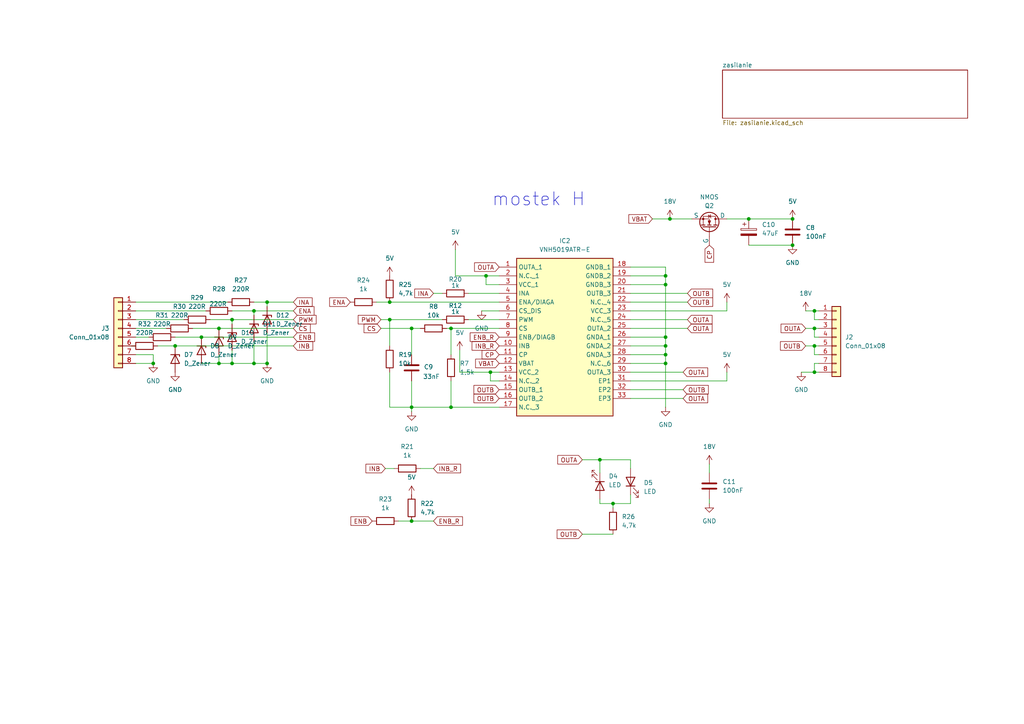
<source format=kicad_sch>
(kicad_sch
	(version 20250114)
	(generator "eeschema")
	(generator_version "9.0")
	(uuid "afbd3231-2c05-4c03-b8ee-b0f90d330785")
	(paper "A4")
	(lib_symbols
		(symbol "Connector_Generic:Conn_01x08"
			(pin_names
				(offset 1.016)
				(hide yes)
			)
			(exclude_from_sim no)
			(in_bom yes)
			(on_board yes)
			(property "Reference" "J"
				(at 0 10.16 0)
				(effects
					(font
						(size 1.27 1.27)
					)
				)
			)
			(property "Value" "Conn_01x08"
				(at 0 -12.7 0)
				(effects
					(font
						(size 1.27 1.27)
					)
				)
			)
			(property "Footprint" ""
				(at 0 0 0)
				(effects
					(font
						(size 1.27 1.27)
					)
					(hide yes)
				)
			)
			(property "Datasheet" "~"
				(at 0 0 0)
				(effects
					(font
						(size 1.27 1.27)
					)
					(hide yes)
				)
			)
			(property "Description" "Generic connector, single row, 01x08, script generated (kicad-library-utils/schlib/autogen/connector/)"
				(at 0 0 0)
				(effects
					(font
						(size 1.27 1.27)
					)
					(hide yes)
				)
			)
			(property "ki_keywords" "connector"
				(at 0 0 0)
				(effects
					(font
						(size 1.27 1.27)
					)
					(hide yes)
				)
			)
			(property "ki_fp_filters" "Connector*:*_1x??_*"
				(at 0 0 0)
				(effects
					(font
						(size 1.27 1.27)
					)
					(hide yes)
				)
			)
			(symbol "Conn_01x08_1_1"
				(rectangle
					(start -1.27 8.89)
					(end 1.27 -11.43)
					(stroke
						(width 0.254)
						(type default)
					)
					(fill
						(type background)
					)
				)
				(rectangle
					(start -1.27 7.747)
					(end 0 7.493)
					(stroke
						(width 0.1524)
						(type default)
					)
					(fill
						(type none)
					)
				)
				(rectangle
					(start -1.27 5.207)
					(end 0 4.953)
					(stroke
						(width 0.1524)
						(type default)
					)
					(fill
						(type none)
					)
				)
				(rectangle
					(start -1.27 2.667)
					(end 0 2.413)
					(stroke
						(width 0.1524)
						(type default)
					)
					(fill
						(type none)
					)
				)
				(rectangle
					(start -1.27 0.127)
					(end 0 -0.127)
					(stroke
						(width 0.1524)
						(type default)
					)
					(fill
						(type none)
					)
				)
				(rectangle
					(start -1.27 -2.413)
					(end 0 -2.667)
					(stroke
						(width 0.1524)
						(type default)
					)
					(fill
						(type none)
					)
				)
				(rectangle
					(start -1.27 -4.953)
					(end 0 -5.207)
					(stroke
						(width 0.1524)
						(type default)
					)
					(fill
						(type none)
					)
				)
				(rectangle
					(start -1.27 -7.493)
					(end 0 -7.747)
					(stroke
						(width 0.1524)
						(type default)
					)
					(fill
						(type none)
					)
				)
				(rectangle
					(start -1.27 -10.033)
					(end 0 -10.287)
					(stroke
						(width 0.1524)
						(type default)
					)
					(fill
						(type none)
					)
				)
				(pin passive line
					(at -5.08 7.62 0)
					(length 3.81)
					(name "Pin_1"
						(effects
							(font
								(size 1.27 1.27)
							)
						)
					)
					(number "1"
						(effects
							(font
								(size 1.27 1.27)
							)
						)
					)
				)
				(pin passive line
					(at -5.08 5.08 0)
					(length 3.81)
					(name "Pin_2"
						(effects
							(font
								(size 1.27 1.27)
							)
						)
					)
					(number "2"
						(effects
							(font
								(size 1.27 1.27)
							)
						)
					)
				)
				(pin passive line
					(at -5.08 2.54 0)
					(length 3.81)
					(name "Pin_3"
						(effects
							(font
								(size 1.27 1.27)
							)
						)
					)
					(number "3"
						(effects
							(font
								(size 1.27 1.27)
							)
						)
					)
				)
				(pin passive line
					(at -5.08 0 0)
					(length 3.81)
					(name "Pin_4"
						(effects
							(font
								(size 1.27 1.27)
							)
						)
					)
					(number "4"
						(effects
							(font
								(size 1.27 1.27)
							)
						)
					)
				)
				(pin passive line
					(at -5.08 -2.54 0)
					(length 3.81)
					(name "Pin_5"
						(effects
							(font
								(size 1.27 1.27)
							)
						)
					)
					(number "5"
						(effects
							(font
								(size 1.27 1.27)
							)
						)
					)
				)
				(pin passive line
					(at -5.08 -5.08 0)
					(length 3.81)
					(name "Pin_6"
						(effects
							(font
								(size 1.27 1.27)
							)
						)
					)
					(number "6"
						(effects
							(font
								(size 1.27 1.27)
							)
						)
					)
				)
				(pin passive line
					(at -5.08 -7.62 0)
					(length 3.81)
					(name "Pin_7"
						(effects
							(font
								(size 1.27 1.27)
							)
						)
					)
					(number "7"
						(effects
							(font
								(size 1.27 1.27)
							)
						)
					)
				)
				(pin passive line
					(at -5.08 -10.16 0)
					(length 3.81)
					(name "Pin_8"
						(effects
							(font
								(size 1.27 1.27)
							)
						)
					)
					(number "8"
						(effects
							(font
								(size 1.27 1.27)
							)
						)
					)
				)
			)
			(embedded_fonts no)
		)
		(symbol "Device:C"
			(pin_numbers
				(hide yes)
			)
			(pin_names
				(offset 0.254)
			)
			(exclude_from_sim no)
			(in_bom yes)
			(on_board yes)
			(property "Reference" "C"
				(at 0.635 2.54 0)
				(effects
					(font
						(size 1.27 1.27)
					)
					(justify left)
				)
			)
			(property "Value" "C"
				(at 0.635 -2.54 0)
				(effects
					(font
						(size 1.27 1.27)
					)
					(justify left)
				)
			)
			(property "Footprint" ""
				(at 0.9652 -3.81 0)
				(effects
					(font
						(size 1.27 1.27)
					)
					(hide yes)
				)
			)
			(property "Datasheet" "~"
				(at 0 0 0)
				(effects
					(font
						(size 1.27 1.27)
					)
					(hide yes)
				)
			)
			(property "Description" "Unpolarized capacitor"
				(at 0 0 0)
				(effects
					(font
						(size 1.27 1.27)
					)
					(hide yes)
				)
			)
			(property "ki_keywords" "cap capacitor"
				(at 0 0 0)
				(effects
					(font
						(size 1.27 1.27)
					)
					(hide yes)
				)
			)
			(property "ki_fp_filters" "C_*"
				(at 0 0 0)
				(effects
					(font
						(size 1.27 1.27)
					)
					(hide yes)
				)
			)
			(symbol "C_0_1"
				(polyline
					(pts
						(xy -2.032 0.762) (xy 2.032 0.762)
					)
					(stroke
						(width 0.508)
						(type default)
					)
					(fill
						(type none)
					)
				)
				(polyline
					(pts
						(xy -2.032 -0.762) (xy 2.032 -0.762)
					)
					(stroke
						(width 0.508)
						(type default)
					)
					(fill
						(type none)
					)
				)
			)
			(symbol "C_1_1"
				(pin passive line
					(at 0 3.81 270)
					(length 2.794)
					(name "~"
						(effects
							(font
								(size 1.27 1.27)
							)
						)
					)
					(number "1"
						(effects
							(font
								(size 1.27 1.27)
							)
						)
					)
				)
				(pin passive line
					(at 0 -3.81 90)
					(length 2.794)
					(name "~"
						(effects
							(font
								(size 1.27 1.27)
							)
						)
					)
					(number "2"
						(effects
							(font
								(size 1.27 1.27)
							)
						)
					)
				)
			)
			(embedded_fonts no)
		)
		(symbol "Device:C_Polarized"
			(pin_numbers
				(hide yes)
			)
			(pin_names
				(offset 0.254)
			)
			(exclude_from_sim no)
			(in_bom yes)
			(on_board yes)
			(property "Reference" "C"
				(at 0.635 2.54 0)
				(effects
					(font
						(size 1.27 1.27)
					)
					(justify left)
				)
			)
			(property "Value" "C_Polarized"
				(at 0.635 -2.54 0)
				(effects
					(font
						(size 1.27 1.27)
					)
					(justify left)
				)
			)
			(property "Footprint" ""
				(at 0.9652 -3.81 0)
				(effects
					(font
						(size 1.27 1.27)
					)
					(hide yes)
				)
			)
			(property "Datasheet" "~"
				(at 0 0 0)
				(effects
					(font
						(size 1.27 1.27)
					)
					(hide yes)
				)
			)
			(property "Description" "Polarized capacitor"
				(at 0 0 0)
				(effects
					(font
						(size 1.27 1.27)
					)
					(hide yes)
				)
			)
			(property "ki_keywords" "cap capacitor"
				(at 0 0 0)
				(effects
					(font
						(size 1.27 1.27)
					)
					(hide yes)
				)
			)
			(property "ki_fp_filters" "CP_*"
				(at 0 0 0)
				(effects
					(font
						(size 1.27 1.27)
					)
					(hide yes)
				)
			)
			(symbol "C_Polarized_0_1"
				(rectangle
					(start -2.286 0.508)
					(end 2.286 1.016)
					(stroke
						(width 0)
						(type default)
					)
					(fill
						(type none)
					)
				)
				(polyline
					(pts
						(xy -1.778 2.286) (xy -0.762 2.286)
					)
					(stroke
						(width 0)
						(type default)
					)
					(fill
						(type none)
					)
				)
				(polyline
					(pts
						(xy -1.27 2.794) (xy -1.27 1.778)
					)
					(stroke
						(width 0)
						(type default)
					)
					(fill
						(type none)
					)
				)
				(rectangle
					(start 2.286 -0.508)
					(end -2.286 -1.016)
					(stroke
						(width 0)
						(type default)
					)
					(fill
						(type outline)
					)
				)
			)
			(symbol "C_Polarized_1_1"
				(pin passive line
					(at 0 3.81 270)
					(length 2.794)
					(name "~"
						(effects
							(font
								(size 1.27 1.27)
							)
						)
					)
					(number "1"
						(effects
							(font
								(size 1.27 1.27)
							)
						)
					)
				)
				(pin passive line
					(at 0 -3.81 90)
					(length 2.794)
					(name "~"
						(effects
							(font
								(size 1.27 1.27)
							)
						)
					)
					(number "2"
						(effects
							(font
								(size 1.27 1.27)
							)
						)
					)
				)
			)
			(embedded_fonts no)
		)
		(symbol "Device:D_Zener"
			(pin_numbers
				(hide yes)
			)
			(pin_names
				(offset 1.016)
				(hide yes)
			)
			(exclude_from_sim no)
			(in_bom yes)
			(on_board yes)
			(property "Reference" "D"
				(at 0 2.54 0)
				(effects
					(font
						(size 1.27 1.27)
					)
				)
			)
			(property "Value" "D_Zener"
				(at 0 -2.54 0)
				(effects
					(font
						(size 1.27 1.27)
					)
				)
			)
			(property "Footprint" ""
				(at 0 0 0)
				(effects
					(font
						(size 1.27 1.27)
					)
					(hide yes)
				)
			)
			(property "Datasheet" "~"
				(at 0 0 0)
				(effects
					(font
						(size 1.27 1.27)
					)
					(hide yes)
				)
			)
			(property "Description" "Zener diode"
				(at 0 0 0)
				(effects
					(font
						(size 1.27 1.27)
					)
					(hide yes)
				)
			)
			(property "ki_keywords" "diode"
				(at 0 0 0)
				(effects
					(font
						(size 1.27 1.27)
					)
					(hide yes)
				)
			)
			(property "ki_fp_filters" "TO-???* *_Diode_* *SingleDiode* D_*"
				(at 0 0 0)
				(effects
					(font
						(size 1.27 1.27)
					)
					(hide yes)
				)
			)
			(symbol "D_Zener_0_1"
				(polyline
					(pts
						(xy -1.27 -1.27) (xy -1.27 1.27) (xy -0.762 1.27)
					)
					(stroke
						(width 0.254)
						(type default)
					)
					(fill
						(type none)
					)
				)
				(polyline
					(pts
						(xy 1.27 0) (xy -1.27 0)
					)
					(stroke
						(width 0)
						(type default)
					)
					(fill
						(type none)
					)
				)
				(polyline
					(pts
						(xy 1.27 -1.27) (xy 1.27 1.27) (xy -1.27 0) (xy 1.27 -1.27)
					)
					(stroke
						(width 0.254)
						(type default)
					)
					(fill
						(type none)
					)
				)
			)
			(symbol "D_Zener_1_1"
				(pin passive line
					(at -3.81 0 0)
					(length 2.54)
					(name "K"
						(effects
							(font
								(size 1.27 1.27)
							)
						)
					)
					(number "1"
						(effects
							(font
								(size 1.27 1.27)
							)
						)
					)
				)
				(pin passive line
					(at 3.81 0 180)
					(length 2.54)
					(name "A"
						(effects
							(font
								(size 1.27 1.27)
							)
						)
					)
					(number "2"
						(effects
							(font
								(size 1.27 1.27)
							)
						)
					)
				)
			)
			(embedded_fonts no)
		)
		(symbol "Device:LED"
			(pin_numbers
				(hide yes)
			)
			(pin_names
				(offset 1.016)
				(hide yes)
			)
			(exclude_from_sim no)
			(in_bom yes)
			(on_board yes)
			(property "Reference" "D"
				(at 0 2.54 0)
				(effects
					(font
						(size 1.27 1.27)
					)
				)
			)
			(property "Value" "LED"
				(at 0 -2.54 0)
				(effects
					(font
						(size 1.27 1.27)
					)
				)
			)
			(property "Footprint" ""
				(at 0 0 0)
				(effects
					(font
						(size 1.27 1.27)
					)
					(hide yes)
				)
			)
			(property "Datasheet" "~"
				(at 0 0 0)
				(effects
					(font
						(size 1.27 1.27)
					)
					(hide yes)
				)
			)
			(property "Description" "Light emitting diode"
				(at 0 0 0)
				(effects
					(font
						(size 1.27 1.27)
					)
					(hide yes)
				)
			)
			(property "Sim.Pins" "1=K 2=A"
				(at 0 0 0)
				(effects
					(font
						(size 1.27 1.27)
					)
					(hide yes)
				)
			)
			(property "ki_keywords" "LED diode"
				(at 0 0 0)
				(effects
					(font
						(size 1.27 1.27)
					)
					(hide yes)
				)
			)
			(property "ki_fp_filters" "LED* LED_SMD:* LED_THT:*"
				(at 0 0 0)
				(effects
					(font
						(size 1.27 1.27)
					)
					(hide yes)
				)
			)
			(symbol "LED_0_1"
				(polyline
					(pts
						(xy -3.048 -0.762) (xy -4.572 -2.286) (xy -3.81 -2.286) (xy -4.572 -2.286) (xy -4.572 -1.524)
					)
					(stroke
						(width 0)
						(type default)
					)
					(fill
						(type none)
					)
				)
				(polyline
					(pts
						(xy -1.778 -0.762) (xy -3.302 -2.286) (xy -2.54 -2.286) (xy -3.302 -2.286) (xy -3.302 -1.524)
					)
					(stroke
						(width 0)
						(type default)
					)
					(fill
						(type none)
					)
				)
				(polyline
					(pts
						(xy -1.27 0) (xy 1.27 0)
					)
					(stroke
						(width 0)
						(type default)
					)
					(fill
						(type none)
					)
				)
				(polyline
					(pts
						(xy -1.27 -1.27) (xy -1.27 1.27)
					)
					(stroke
						(width 0.254)
						(type default)
					)
					(fill
						(type none)
					)
				)
				(polyline
					(pts
						(xy 1.27 -1.27) (xy 1.27 1.27) (xy -1.27 0) (xy 1.27 -1.27)
					)
					(stroke
						(width 0.254)
						(type default)
					)
					(fill
						(type none)
					)
				)
			)
			(symbol "LED_1_1"
				(pin passive line
					(at -3.81 0 0)
					(length 2.54)
					(name "K"
						(effects
							(font
								(size 1.27 1.27)
							)
						)
					)
					(number "1"
						(effects
							(font
								(size 1.27 1.27)
							)
						)
					)
				)
				(pin passive line
					(at 3.81 0 180)
					(length 2.54)
					(name "A"
						(effects
							(font
								(size 1.27 1.27)
							)
						)
					)
					(number "2"
						(effects
							(font
								(size 1.27 1.27)
							)
						)
					)
				)
			)
			(embedded_fonts no)
		)
		(symbol "Device:R"
			(pin_numbers
				(hide yes)
			)
			(pin_names
				(offset 0)
			)
			(exclude_from_sim no)
			(in_bom yes)
			(on_board yes)
			(property "Reference" "R"
				(at 2.032 0 90)
				(effects
					(font
						(size 1.27 1.27)
					)
				)
			)
			(property "Value" "R"
				(at 0 0 90)
				(effects
					(font
						(size 1.27 1.27)
					)
				)
			)
			(property "Footprint" ""
				(at -1.778 0 90)
				(effects
					(font
						(size 1.27 1.27)
					)
					(hide yes)
				)
			)
			(property "Datasheet" "~"
				(at 0 0 0)
				(effects
					(font
						(size 1.27 1.27)
					)
					(hide yes)
				)
			)
			(property "Description" "Resistor"
				(at 0 0 0)
				(effects
					(font
						(size 1.27 1.27)
					)
					(hide yes)
				)
			)
			(property "ki_keywords" "R res resistor"
				(at 0 0 0)
				(effects
					(font
						(size 1.27 1.27)
					)
					(hide yes)
				)
			)
			(property "ki_fp_filters" "R_*"
				(at 0 0 0)
				(effects
					(font
						(size 1.27 1.27)
					)
					(hide yes)
				)
			)
			(symbol "R_0_1"
				(rectangle
					(start -1.016 -2.54)
					(end 1.016 2.54)
					(stroke
						(width 0.254)
						(type default)
					)
					(fill
						(type none)
					)
				)
			)
			(symbol "R_1_1"
				(pin passive line
					(at 0 3.81 270)
					(length 1.27)
					(name "~"
						(effects
							(font
								(size 1.27 1.27)
							)
						)
					)
					(number "1"
						(effects
							(font
								(size 1.27 1.27)
							)
						)
					)
				)
				(pin passive line
					(at 0 -3.81 90)
					(length 1.27)
					(name "~"
						(effects
							(font
								(size 1.27 1.27)
							)
						)
					)
					(number "2"
						(effects
							(font
								(size 1.27 1.27)
							)
						)
					)
				)
			)
			(embedded_fonts no)
		)
		(symbol "Simulation_SPICE:NMOS"
			(pin_numbers
				(hide yes)
			)
			(pin_names
				(offset 0)
			)
			(exclude_from_sim no)
			(in_bom yes)
			(on_board yes)
			(property "Reference" "Q"
				(at 5.08 1.27 0)
				(effects
					(font
						(size 1.27 1.27)
					)
					(justify left)
				)
			)
			(property "Value" "NMOS"
				(at 5.08 -1.27 0)
				(effects
					(font
						(size 1.27 1.27)
					)
					(justify left)
				)
			)
			(property "Footprint" ""
				(at 5.08 2.54 0)
				(effects
					(font
						(size 1.27 1.27)
					)
					(hide yes)
				)
			)
			(property "Datasheet" "https://ngspice.sourceforge.io/docs/ngspice-html-manual/manual.xhtml#cha_MOSFETs"
				(at 0 -12.7 0)
				(effects
					(font
						(size 1.27 1.27)
					)
					(hide yes)
				)
			)
			(property "Description" "N-MOSFET transistor, drain/source/gate"
				(at 0 0 0)
				(effects
					(font
						(size 1.27 1.27)
					)
					(hide yes)
				)
			)
			(property "Sim.Device" "NMOS"
				(at 0 -17.145 0)
				(effects
					(font
						(size 1.27 1.27)
					)
					(hide yes)
				)
			)
			(property "Sim.Type" "VDMOS"
				(at 0 -19.05 0)
				(effects
					(font
						(size 1.27 1.27)
					)
					(hide yes)
				)
			)
			(property "Sim.Pins" "1=D 2=G 3=S"
				(at 0 -15.24 0)
				(effects
					(font
						(size 1.27 1.27)
					)
					(hide yes)
				)
			)
			(property "ki_keywords" "transistor NMOS N-MOS N-MOSFET simulation"
				(at 0 0 0)
				(effects
					(font
						(size 1.27 1.27)
					)
					(hide yes)
				)
			)
			(symbol "NMOS_0_1"
				(polyline
					(pts
						(xy 0.254 1.905) (xy 0.254 -1.905)
					)
					(stroke
						(width 0.254)
						(type default)
					)
					(fill
						(type none)
					)
				)
				(polyline
					(pts
						(xy 0.254 0) (xy -2.54 0)
					)
					(stroke
						(width 0)
						(type default)
					)
					(fill
						(type none)
					)
				)
				(polyline
					(pts
						(xy 0.762 2.286) (xy 0.762 1.27)
					)
					(stroke
						(width 0.254)
						(type default)
					)
					(fill
						(type none)
					)
				)
				(polyline
					(pts
						(xy 0.762 0.508) (xy 0.762 -0.508)
					)
					(stroke
						(width 0.254)
						(type default)
					)
					(fill
						(type none)
					)
				)
				(polyline
					(pts
						(xy 0.762 -1.27) (xy 0.762 -2.286)
					)
					(stroke
						(width 0.254)
						(type default)
					)
					(fill
						(type none)
					)
				)
				(polyline
					(pts
						(xy 0.762 -1.778) (xy 3.302 -1.778) (xy 3.302 1.778) (xy 0.762 1.778)
					)
					(stroke
						(width 0)
						(type default)
					)
					(fill
						(type none)
					)
				)
				(polyline
					(pts
						(xy 1.016 0) (xy 2.032 0.381) (xy 2.032 -0.381) (xy 1.016 0)
					)
					(stroke
						(width 0)
						(type default)
					)
					(fill
						(type outline)
					)
				)
				(circle
					(center 1.651 0)
					(radius 2.794)
					(stroke
						(width 0.254)
						(type default)
					)
					(fill
						(type none)
					)
				)
				(polyline
					(pts
						(xy 2.54 2.54) (xy 2.54 1.778)
					)
					(stroke
						(width 0)
						(type default)
					)
					(fill
						(type none)
					)
				)
				(circle
					(center 2.54 1.778)
					(radius 0.254)
					(stroke
						(width 0)
						(type default)
					)
					(fill
						(type outline)
					)
				)
				(circle
					(center 2.54 -1.778)
					(radius 0.254)
					(stroke
						(width 0)
						(type default)
					)
					(fill
						(type outline)
					)
				)
				(polyline
					(pts
						(xy 2.54 -2.54) (xy 2.54 0) (xy 0.762 0)
					)
					(stroke
						(width 0)
						(type default)
					)
					(fill
						(type none)
					)
				)
				(polyline
					(pts
						(xy 2.794 0.508) (xy 2.921 0.381) (xy 3.683 0.381) (xy 3.81 0.254)
					)
					(stroke
						(width 0)
						(type default)
					)
					(fill
						(type none)
					)
				)
				(polyline
					(pts
						(xy 3.302 0.381) (xy 2.921 -0.254) (xy 3.683 -0.254) (xy 3.302 0.381)
					)
					(stroke
						(width 0)
						(type default)
					)
					(fill
						(type none)
					)
				)
			)
			(symbol "NMOS_1_1"
				(pin input line
					(at -5.08 0 0)
					(length 2.54)
					(name "G"
						(effects
							(font
								(size 1.27 1.27)
							)
						)
					)
					(number "2"
						(effects
							(font
								(size 1.27 1.27)
							)
						)
					)
				)
				(pin passive line
					(at 2.54 5.08 270)
					(length 2.54)
					(name "D"
						(effects
							(font
								(size 1.27 1.27)
							)
						)
					)
					(number "1"
						(effects
							(font
								(size 1.27 1.27)
							)
						)
					)
				)
				(pin passive line
					(at 2.54 -5.08 90)
					(length 2.54)
					(name "S"
						(effects
							(font
								(size 1.27 1.27)
							)
						)
					)
					(number "3"
						(effects
							(font
								(size 1.27 1.27)
							)
						)
					)
				)
			)
			(embedded_fonts no)
		)
		(symbol "VNH5019ATR-E:VNH5019ATR-E"
			(exclude_from_sim no)
			(in_bom yes)
			(on_board yes)
			(property "Reference" "IC"
				(at 34.29 7.62 0)
				(effects
					(font
						(size 1.27 1.27)
					)
					(justify left top)
				)
			)
			(property "Value" "VNH5019ATR-E"
				(at 34.29 5.08 0)
				(effects
					(font
						(size 1.27 1.27)
					)
					(justify left top)
				)
			)
			(property "Footprint" "VNH5019A-E_1"
				(at 34.29 -94.92 0)
				(effects
					(font
						(size 1.27 1.27)
					)
					(justify left top)
					(hide yes)
				)
			)
			(property "Datasheet" "https://www.st.com/resource/en/datasheet/vnh5019a-e.pdf"
				(at 34.29 -194.92 0)
				(effects
					(font
						(size 1.27 1.27)
					)
					(justify left top)
					(hide yes)
				)
			)
			(property "Description" "STMicroelectronics VNH5019ATR-E, Brushed Motor Driver IC, 41 V 30A 30-Pin, MultiPowerSO"
				(at 0 0 0)
				(effects
					(font
						(size 1.27 1.27)
					)
					(hide yes)
				)
			)
			(property "Height" ""
				(at 34.29 -394.92 0)
				(effects
					(font
						(size 1.27 1.27)
					)
					(justify left top)
					(hide yes)
				)
			)
			(property "Mouser Part Number" "511-VNH5019ATR-E"
				(at 34.29 -494.92 0)
				(effects
					(font
						(size 1.27 1.27)
					)
					(justify left top)
					(hide yes)
				)
			)
			(property "Mouser Price/Stock" "https://www.mouser.co.uk/ProductDetail/STMicroelectronics/VNH5019ATR-E?qs=T%2FOtf55vL7cDceYVZzSNKw%3D%3D"
				(at 34.29 -594.92 0)
				(effects
					(font
						(size 1.27 1.27)
					)
					(justify left top)
					(hide yes)
				)
			)
			(property "Manufacturer_Name" "STMicroelectronics"
				(at 34.29 -694.92 0)
				(effects
					(font
						(size 1.27 1.27)
					)
					(justify left top)
					(hide yes)
				)
			)
			(property "Manufacturer_Part_Number" "VNH5019ATR-E"
				(at 34.29 -794.92 0)
				(effects
					(font
						(size 1.27 1.27)
					)
					(justify left top)
					(hide yes)
				)
			)
			(symbol "VNH5019ATR-E_1_1"
				(rectangle
					(start 5.08 2.54)
					(end 33.02 -43.18)
					(stroke
						(width 0.254)
						(type default)
					)
					(fill
						(type background)
					)
				)
				(pin passive line
					(at 0 0 0)
					(length 5.08)
					(name "OUTA_1"
						(effects
							(font
								(size 1.27 1.27)
							)
						)
					)
					(number "1"
						(effects
							(font
								(size 1.27 1.27)
							)
						)
					)
				)
				(pin passive line
					(at 0 -2.54 0)
					(length 5.08)
					(name "N.C._1"
						(effects
							(font
								(size 1.27 1.27)
							)
						)
					)
					(number "2"
						(effects
							(font
								(size 1.27 1.27)
							)
						)
					)
				)
				(pin passive line
					(at 0 -5.08 0)
					(length 5.08)
					(name "VCC_1"
						(effects
							(font
								(size 1.27 1.27)
							)
						)
					)
					(number "3"
						(effects
							(font
								(size 1.27 1.27)
							)
						)
					)
				)
				(pin passive line
					(at 0 -7.62 0)
					(length 5.08)
					(name "INA"
						(effects
							(font
								(size 1.27 1.27)
							)
						)
					)
					(number "4"
						(effects
							(font
								(size 1.27 1.27)
							)
						)
					)
				)
				(pin passive line
					(at 0 -10.16 0)
					(length 5.08)
					(name "ENA/DIAGA"
						(effects
							(font
								(size 1.27 1.27)
							)
						)
					)
					(number "5"
						(effects
							(font
								(size 1.27 1.27)
							)
						)
					)
				)
				(pin passive line
					(at 0 -12.7 0)
					(length 5.08)
					(name "CS_DIS"
						(effects
							(font
								(size 1.27 1.27)
							)
						)
					)
					(number "6"
						(effects
							(font
								(size 1.27 1.27)
							)
						)
					)
				)
				(pin passive line
					(at 0 -15.24 0)
					(length 5.08)
					(name "PWM"
						(effects
							(font
								(size 1.27 1.27)
							)
						)
					)
					(number "7"
						(effects
							(font
								(size 1.27 1.27)
							)
						)
					)
				)
				(pin passive line
					(at 0 -17.78 0)
					(length 5.08)
					(name "CS"
						(effects
							(font
								(size 1.27 1.27)
							)
						)
					)
					(number "8"
						(effects
							(font
								(size 1.27 1.27)
							)
						)
					)
				)
				(pin passive line
					(at 0 -20.32 0)
					(length 5.08)
					(name "ENB/DIAGB"
						(effects
							(font
								(size 1.27 1.27)
							)
						)
					)
					(number "9"
						(effects
							(font
								(size 1.27 1.27)
							)
						)
					)
				)
				(pin passive line
					(at 0 -22.86 0)
					(length 5.08)
					(name "INB"
						(effects
							(font
								(size 1.27 1.27)
							)
						)
					)
					(number "10"
						(effects
							(font
								(size 1.27 1.27)
							)
						)
					)
				)
				(pin passive line
					(at 0 -25.4 0)
					(length 5.08)
					(name "CP"
						(effects
							(font
								(size 1.27 1.27)
							)
						)
					)
					(number "11"
						(effects
							(font
								(size 1.27 1.27)
							)
						)
					)
				)
				(pin passive line
					(at 0 -27.94 0)
					(length 5.08)
					(name "VBAT"
						(effects
							(font
								(size 1.27 1.27)
							)
						)
					)
					(number "12"
						(effects
							(font
								(size 1.27 1.27)
							)
						)
					)
				)
				(pin passive line
					(at 0 -30.48 0)
					(length 5.08)
					(name "VCC_2"
						(effects
							(font
								(size 1.27 1.27)
							)
						)
					)
					(number "13"
						(effects
							(font
								(size 1.27 1.27)
							)
						)
					)
				)
				(pin passive line
					(at 0 -33.02 0)
					(length 5.08)
					(name "N.C._2"
						(effects
							(font
								(size 1.27 1.27)
							)
						)
					)
					(number "14"
						(effects
							(font
								(size 1.27 1.27)
							)
						)
					)
				)
				(pin passive line
					(at 0 -35.56 0)
					(length 5.08)
					(name "OUTB_1"
						(effects
							(font
								(size 1.27 1.27)
							)
						)
					)
					(number "15"
						(effects
							(font
								(size 1.27 1.27)
							)
						)
					)
				)
				(pin passive line
					(at 0 -38.1 0)
					(length 5.08)
					(name "OUTB_2"
						(effects
							(font
								(size 1.27 1.27)
							)
						)
					)
					(number "16"
						(effects
							(font
								(size 1.27 1.27)
							)
						)
					)
				)
				(pin passive line
					(at 0 -40.64 0)
					(length 5.08)
					(name "N.C._3"
						(effects
							(font
								(size 1.27 1.27)
							)
						)
					)
					(number "17"
						(effects
							(font
								(size 1.27 1.27)
							)
						)
					)
				)
				(pin passive line
					(at 38.1 0 180)
					(length 5.08)
					(name "GNDB_1"
						(effects
							(font
								(size 1.27 1.27)
							)
						)
					)
					(number "18"
						(effects
							(font
								(size 1.27 1.27)
							)
						)
					)
				)
				(pin passive line
					(at 38.1 -2.54 180)
					(length 5.08)
					(name "GNDB_2"
						(effects
							(font
								(size 1.27 1.27)
							)
						)
					)
					(number "19"
						(effects
							(font
								(size 1.27 1.27)
							)
						)
					)
				)
				(pin passive line
					(at 38.1 -5.08 180)
					(length 5.08)
					(name "GNDB_3"
						(effects
							(font
								(size 1.27 1.27)
							)
						)
					)
					(number "20"
						(effects
							(font
								(size 1.27 1.27)
							)
						)
					)
				)
				(pin passive line
					(at 38.1 -7.62 180)
					(length 5.08)
					(name "OUTB_3"
						(effects
							(font
								(size 1.27 1.27)
							)
						)
					)
					(number "21"
						(effects
							(font
								(size 1.27 1.27)
							)
						)
					)
				)
				(pin passive line
					(at 38.1 -10.16 180)
					(length 5.08)
					(name "N.C._4"
						(effects
							(font
								(size 1.27 1.27)
							)
						)
					)
					(number "22"
						(effects
							(font
								(size 1.27 1.27)
							)
						)
					)
				)
				(pin passive line
					(at 38.1 -12.7 180)
					(length 5.08)
					(name "VCC_3"
						(effects
							(font
								(size 1.27 1.27)
							)
						)
					)
					(number "23"
						(effects
							(font
								(size 1.27 1.27)
							)
						)
					)
				)
				(pin passive line
					(at 38.1 -15.24 180)
					(length 5.08)
					(name "N.C._5"
						(effects
							(font
								(size 1.27 1.27)
							)
						)
					)
					(number "24"
						(effects
							(font
								(size 1.27 1.27)
							)
						)
					)
				)
				(pin passive line
					(at 38.1 -17.78 180)
					(length 5.08)
					(name "OUTA_2"
						(effects
							(font
								(size 1.27 1.27)
							)
						)
					)
					(number "25"
						(effects
							(font
								(size 1.27 1.27)
							)
						)
					)
				)
				(pin passive line
					(at 38.1 -20.32 180)
					(length 5.08)
					(name "GNDA_1"
						(effects
							(font
								(size 1.27 1.27)
							)
						)
					)
					(number "26"
						(effects
							(font
								(size 1.27 1.27)
							)
						)
					)
				)
				(pin passive line
					(at 38.1 -22.86 180)
					(length 5.08)
					(name "GNDA_2"
						(effects
							(font
								(size 1.27 1.27)
							)
						)
					)
					(number "27"
						(effects
							(font
								(size 1.27 1.27)
							)
						)
					)
				)
				(pin passive line
					(at 38.1 -25.4 180)
					(length 5.08)
					(name "GNDA_3"
						(effects
							(font
								(size 1.27 1.27)
							)
						)
					)
					(number "28"
						(effects
							(font
								(size 1.27 1.27)
							)
						)
					)
				)
				(pin passive line
					(at 38.1 -27.94 180)
					(length 5.08)
					(name "N.C._6"
						(effects
							(font
								(size 1.27 1.27)
							)
						)
					)
					(number "29"
						(effects
							(font
								(size 1.27 1.27)
							)
						)
					)
				)
				(pin passive line
					(at 38.1 -30.48 180)
					(length 5.08)
					(name "OUTA_3"
						(effects
							(font
								(size 1.27 1.27)
							)
						)
					)
					(number "30"
						(effects
							(font
								(size 1.27 1.27)
							)
						)
					)
				)
				(pin passive line
					(at 38.1 -33.02 180)
					(length 5.08)
					(name "EP1"
						(effects
							(font
								(size 1.27 1.27)
							)
						)
					)
					(number "31"
						(effects
							(font
								(size 1.27 1.27)
							)
						)
					)
				)
				(pin passive line
					(at 38.1 -35.56 180)
					(length 5.08)
					(name "EP2"
						(effects
							(font
								(size 1.27 1.27)
							)
						)
					)
					(number "32"
						(effects
							(font
								(size 1.27 1.27)
							)
						)
					)
				)
				(pin passive line
					(at 38.1 -38.1 180)
					(length 5.08)
					(name "EP3"
						(effects
							(font
								(size 1.27 1.27)
							)
						)
					)
					(number "33"
						(effects
							(font
								(size 1.27 1.27)
							)
						)
					)
				)
			)
			(embedded_fonts no)
		)
		(symbol "power:GND"
			(power)
			(pin_numbers
				(hide yes)
			)
			(pin_names
				(offset 0)
				(hide yes)
			)
			(exclude_from_sim no)
			(in_bom yes)
			(on_board yes)
			(property "Reference" "#PWR"
				(at 0 -6.35 0)
				(effects
					(font
						(size 1.27 1.27)
					)
					(hide yes)
				)
			)
			(property "Value" "GND"
				(at 0 -3.81 0)
				(effects
					(font
						(size 1.27 1.27)
					)
				)
			)
			(property "Footprint" ""
				(at 0 0 0)
				(effects
					(font
						(size 1.27 1.27)
					)
					(hide yes)
				)
			)
			(property "Datasheet" ""
				(at 0 0 0)
				(effects
					(font
						(size 1.27 1.27)
					)
					(hide yes)
				)
			)
			(property "Description" "Power symbol creates a global label with name \"GND\" , ground"
				(at 0 0 0)
				(effects
					(font
						(size 1.27 1.27)
					)
					(hide yes)
				)
			)
			(property "ki_keywords" "global power"
				(at 0 0 0)
				(effects
					(font
						(size 1.27 1.27)
					)
					(hide yes)
				)
			)
			(symbol "GND_0_1"
				(polyline
					(pts
						(xy 0 0) (xy 0 -1.27) (xy 1.27 -1.27) (xy 0 -2.54) (xy -1.27 -1.27) (xy 0 -1.27)
					)
					(stroke
						(width 0)
						(type default)
					)
					(fill
						(type none)
					)
				)
			)
			(symbol "GND_1_1"
				(pin power_in line
					(at 0 0 270)
					(length 0)
					(name "~"
						(effects
							(font
								(size 1.27 1.27)
							)
						)
					)
					(number "1"
						(effects
							(font
								(size 1.27 1.27)
							)
						)
					)
				)
			)
			(embedded_fonts no)
		)
		(symbol "power:VCC"
			(power)
			(pin_numbers
				(hide yes)
			)
			(pin_names
				(offset 0)
				(hide yes)
			)
			(exclude_from_sim no)
			(in_bom yes)
			(on_board yes)
			(property "Reference" "#PWR"
				(at 0 -3.81 0)
				(effects
					(font
						(size 1.27 1.27)
					)
					(hide yes)
				)
			)
			(property "Value" "VCC"
				(at 0 3.556 0)
				(effects
					(font
						(size 1.27 1.27)
					)
				)
			)
			(property "Footprint" ""
				(at 0 0 0)
				(effects
					(font
						(size 1.27 1.27)
					)
					(hide yes)
				)
			)
			(property "Datasheet" ""
				(at 0 0 0)
				(effects
					(font
						(size 1.27 1.27)
					)
					(hide yes)
				)
			)
			(property "Description" "Power symbol creates a global label with name \"VCC\""
				(at 0 0 0)
				(effects
					(font
						(size 1.27 1.27)
					)
					(hide yes)
				)
			)
			(property "ki_keywords" "global power"
				(at 0 0 0)
				(effects
					(font
						(size 1.27 1.27)
					)
					(hide yes)
				)
			)
			(symbol "VCC_0_1"
				(polyline
					(pts
						(xy -0.762 1.27) (xy 0 2.54)
					)
					(stroke
						(width 0)
						(type default)
					)
					(fill
						(type none)
					)
				)
				(polyline
					(pts
						(xy 0 2.54) (xy 0.762 1.27)
					)
					(stroke
						(width 0)
						(type default)
					)
					(fill
						(type none)
					)
				)
				(polyline
					(pts
						(xy 0 0) (xy 0 2.54)
					)
					(stroke
						(width 0)
						(type default)
					)
					(fill
						(type none)
					)
				)
			)
			(symbol "VCC_1_1"
				(pin power_in line
					(at 0 0 90)
					(length 0)
					(name "~"
						(effects
							(font
								(size 1.27 1.27)
							)
						)
					)
					(number "1"
						(effects
							(font
								(size 1.27 1.27)
							)
						)
					)
				)
			)
			(embedded_fonts no)
		)
	)
	(text "mostek H"
		(exclude_from_sim no)
		(at 156.21 57.912 0)
		(effects
			(font
				(size 3.81 3.81)
			)
		)
		(uuid "22229b89-f9f1-4023-951f-651532767f29")
	)
	(junction
		(at 193.04 82.55)
		(diameter 0)
		(color 0 0 0 0)
		(uuid "06b74f23-b507-4991-9586-c36b809217b5")
	)
	(junction
		(at 193.04 100.33)
		(diameter 0)
		(color 0 0 0 0)
		(uuid "0f1e3d20-1c8d-4c55-ba1f-25e586af20e8")
	)
	(junction
		(at 193.04 80.01)
		(diameter 0)
		(color 0 0 0 0)
		(uuid "10ee758c-ae86-483f-952e-0dd66ee5930e")
	)
	(junction
		(at 142.24 107.95)
		(diameter 0)
		(color 0 0 0 0)
		(uuid "203390fe-96df-4ff1-b09f-a32f99269905")
	)
	(junction
		(at 63.5 95.25)
		(diameter 0)
		(color 0 0 0 0)
		(uuid "23d39754-1fbb-4cff-aabb-3ec5e77ee469")
	)
	(junction
		(at 50.8 100.33)
		(diameter 0)
		(color 0 0 0 0)
		(uuid "24e206d0-9712-4312-9b9c-2fa28a24935a")
	)
	(junction
		(at 130.81 118.11)
		(diameter 0)
		(color 0 0 0 0)
		(uuid "2d229630-343a-4ca8-af2a-521ae351b5e0")
	)
	(junction
		(at 229.87 71.12)
		(diameter 0)
		(color 0 0 0 0)
		(uuid "335649c1-1417-4f9d-a1f8-ee29d3b37071")
	)
	(junction
		(at 236.22 90.17)
		(diameter 0)
		(color 0 0 0 0)
		(uuid "3367e43c-c15a-4adc-9dcc-00924600f791")
	)
	(junction
		(at 113.03 92.71)
		(diameter 0)
		(color 0 0 0 0)
		(uuid "3578d18b-732d-4489-8da6-812aa8acf139")
	)
	(junction
		(at 58.42 97.79)
		(diameter 0)
		(color 0 0 0 0)
		(uuid "3793d804-ab69-4b24-bd8d-b4c508db2cb1")
	)
	(junction
		(at 44.45 105.41)
		(diameter 0)
		(color 0 0 0 0)
		(uuid "3a0b317c-26cb-41c4-9317-8a5184c89534")
	)
	(junction
		(at 63.5 105.41)
		(diameter 0)
		(color 0 0 0 0)
		(uuid "3f6feab2-4c7e-4b8f-879e-b5cfc5f1fada")
	)
	(junction
		(at 173.99 133.35)
		(diameter 0)
		(color 0 0 0 0)
		(uuid "525bc680-e677-4622-8532-dcfce3b11387")
	)
	(junction
		(at 194.31 63.5)
		(diameter 0)
		(color 0 0 0 0)
		(uuid "64cd723a-9577-4d00-ae3f-93bff13503cc")
	)
	(junction
		(at 236.22 100.33)
		(diameter 0)
		(color 0 0 0 0)
		(uuid "6c19fc44-64be-4707-9933-77eed9b62f4e")
	)
	(junction
		(at 67.31 92.71)
		(diameter 0)
		(color 0 0 0 0)
		(uuid "6debcdc3-6830-4ace-90a0-bb67cd119cb2")
	)
	(junction
		(at 177.8 146.05)
		(diameter 0)
		(color 0 0 0 0)
		(uuid "7a7161d7-6b24-41d2-8a87-9fd586c3d4bf")
	)
	(junction
		(at 73.66 90.17)
		(diameter 0)
		(color 0 0 0 0)
		(uuid "7e490b6d-4f18-4c90-95d1-777676ad87d9")
	)
	(junction
		(at 193.04 105.41)
		(diameter 0)
		(color 0 0 0 0)
		(uuid "893f0899-b3cc-4c8d-82ba-47b7b0f48900")
	)
	(junction
		(at 140.97 80.01)
		(diameter 0)
		(color 0 0 0 0)
		(uuid "93677e10-c7b0-4eb1-80ac-c61636d85cf7")
	)
	(junction
		(at 119.38 95.25)
		(diameter 0)
		(color 0 0 0 0)
		(uuid "9be81436-fc18-40c9-9887-60ac74a0ec3b")
	)
	(junction
		(at 113.03 87.63)
		(diameter 0)
		(color 0 0 0 0)
		(uuid "9cc7b9c8-a535-478a-87ce-162a10be01c0")
	)
	(junction
		(at 119.38 151.13)
		(diameter 0)
		(color 0 0 0 0)
		(uuid "a54e2923-c2bf-4ac5-94ac-9a12d6a246d1")
	)
	(junction
		(at 73.66 105.41)
		(diameter 0)
		(color 0 0 0 0)
		(uuid "b007862e-51d8-4f7b-b70a-e1471fba2c29")
	)
	(junction
		(at 77.47 105.41)
		(diameter 0)
		(color 0 0 0 0)
		(uuid "b1a4959b-b89e-41ad-bfe6-089a609d1a2a")
	)
	(junction
		(at 77.47 87.63)
		(diameter 0)
		(color 0 0 0 0)
		(uuid "b1cae2a9-f030-4559-999a-fd39528ede61")
	)
	(junction
		(at 67.31 105.41)
		(diameter 0)
		(color 0 0 0 0)
		(uuid "b1dede58-d72a-4524-b0db-9286ecb04cb3")
	)
	(junction
		(at 130.81 95.25)
		(diameter 0)
		(color 0 0 0 0)
		(uuid "b44d91d5-c1a4-4330-bc15-288f26a4d4d4")
	)
	(junction
		(at 193.04 102.87)
		(diameter 0)
		(color 0 0 0 0)
		(uuid "c29d2d19-4fd6-470a-8871-74564c7e997f")
	)
	(junction
		(at 236.22 95.25)
		(diameter 0)
		(color 0 0 0 0)
		(uuid "c653cf19-25ba-45f7-b310-a6719f4ecd98")
	)
	(junction
		(at 193.04 97.79)
		(diameter 0)
		(color 0 0 0 0)
		(uuid "cabcdffc-341b-4426-9d49-557866e03843")
	)
	(junction
		(at 119.38 118.11)
		(diameter 0)
		(color 0 0 0 0)
		(uuid "dd2e495e-3059-42a9-afd6-79e4e7ae35c8")
	)
	(junction
		(at 217.17 63.5)
		(diameter 0)
		(color 0 0 0 0)
		(uuid "e886b735-47a8-4023-aeec-bdb3f296225b")
	)
	(junction
		(at 236.22 107.95)
		(diameter 0)
		(color 0 0 0 0)
		(uuid "ee2c7f17-0eed-4977-93b0-54054d9378be")
	)
	(junction
		(at 229.87 63.5)
		(diameter 0)
		(color 0 0 0 0)
		(uuid "fa803828-77d7-47c5-a052-e4ff3ac90fda")
	)
	(wire
		(pts
			(xy 182.88 133.35) (xy 182.88 135.89)
		)
		(stroke
			(width 0)
			(type default)
		)
		(uuid "01080619-1239-493a-9216-9e6126cdc05b")
	)
	(wire
		(pts
			(xy 236.22 90.17) (xy 237.49 90.17)
		)
		(stroke
			(width 0)
			(type default)
		)
		(uuid "03ca260b-773e-4c05-a637-45ecccf160b2")
	)
	(wire
		(pts
			(xy 168.91 154.94) (xy 177.8 154.94)
		)
		(stroke
			(width 0)
			(type default)
		)
		(uuid "064f1375-c459-4f53-bced-035bee3f9093")
	)
	(wire
		(pts
			(xy 182.88 105.41) (xy 193.04 105.41)
		)
		(stroke
			(width 0)
			(type default)
		)
		(uuid "06bcc6d7-5778-417d-a49e-060629193d87")
	)
	(wire
		(pts
			(xy 44.45 102.87) (xy 44.45 105.41)
		)
		(stroke
			(width 0)
			(type default)
		)
		(uuid "0ad5a597-2958-48df-a0d5-6df74ff7ac98")
	)
	(wire
		(pts
			(xy 233.68 95.25) (xy 236.22 95.25)
		)
		(stroke
			(width 0)
			(type default)
		)
		(uuid "0c222241-ade7-4543-8435-f6c48e2459cf")
	)
	(wire
		(pts
			(xy 39.37 92.71) (xy 53.34 92.71)
		)
		(stroke
			(width 0)
			(type default)
		)
		(uuid "0c53160c-d1a6-4716-8e5a-ef912e2b4ff3")
	)
	(wire
		(pts
			(xy 85.09 100.33) (xy 50.8 100.33)
		)
		(stroke
			(width 0)
			(type default)
		)
		(uuid "100fa5fa-a644-445e-bcfd-ef190f17e892")
	)
	(wire
		(pts
			(xy 236.22 105.41) (xy 236.22 107.95)
		)
		(stroke
			(width 0)
			(type default)
		)
		(uuid "13b26789-294d-4e3c-9b63-cbd18685409c")
	)
	(wire
		(pts
			(xy 115.57 151.13) (xy 119.38 151.13)
		)
		(stroke
			(width 0)
			(type default)
		)
		(uuid "1608ab4c-790c-4498-875c-622de47b7e9f")
	)
	(wire
		(pts
			(xy 130.81 110.49) (xy 130.81 118.11)
		)
		(stroke
			(width 0)
			(type default)
		)
		(uuid "16a3e30d-b730-4acd-988f-fd8249e0380f")
	)
	(wire
		(pts
			(xy 85.09 90.17) (xy 73.66 90.17)
		)
		(stroke
			(width 0)
			(type default)
		)
		(uuid "16af21e6-e092-4e3c-8c4d-888d8acef062")
	)
	(wire
		(pts
			(xy 233.68 90.17) (xy 236.22 90.17)
		)
		(stroke
			(width 0)
			(type default)
		)
		(uuid "19578334-66dc-427b-adc9-4df9c8bee89c")
	)
	(wire
		(pts
			(xy 236.22 97.79) (xy 237.49 97.79)
		)
		(stroke
			(width 0)
			(type default)
		)
		(uuid "1a5679e3-fa62-4845-a4c4-ef10695fffb8")
	)
	(wire
		(pts
			(xy 113.03 87.63) (xy 144.78 87.63)
		)
		(stroke
			(width 0)
			(type default)
		)
		(uuid "1db5f85d-7d4b-47eb-8220-165b34f47157")
	)
	(wire
		(pts
			(xy 67.31 92.71) (xy 67.31 93.98)
		)
		(stroke
			(width 0)
			(type default)
		)
		(uuid "1e8f11e1-abae-4f7c-8518-c548b6c75b7d")
	)
	(wire
		(pts
			(xy 199.39 85.09) (xy 182.88 85.09)
		)
		(stroke
			(width 0)
			(type default)
		)
		(uuid "25701489-9737-4323-9dc5-669de4cface9")
	)
	(wire
		(pts
			(xy 142.24 107.95) (xy 144.78 107.95)
		)
		(stroke
			(width 0)
			(type default)
		)
		(uuid "272b5d4c-e3d4-4c03-8806-ff1913e177e3")
	)
	(wire
		(pts
			(xy 173.99 144.78) (xy 173.99 146.05)
		)
		(stroke
			(width 0)
			(type default)
		)
		(uuid "277dca40-1efe-4e65-bc38-eafe0f53eb7c")
	)
	(wire
		(pts
			(xy 144.78 95.25) (xy 130.81 95.25)
		)
		(stroke
			(width 0)
			(type default)
		)
		(uuid "2834c466-c1b4-4c0a-bfe3-6280f06faa51")
	)
	(wire
		(pts
			(xy 63.5 95.25) (xy 55.88 95.25)
		)
		(stroke
			(width 0)
			(type default)
		)
		(uuid "28cf494f-3028-4c63-9944-e144154d5801")
	)
	(wire
		(pts
			(xy 217.17 63.5) (xy 229.87 63.5)
		)
		(stroke
			(width 0)
			(type default)
		)
		(uuid "291e3e26-a2e1-4430-98f5-2af33a02e0ad")
	)
	(wire
		(pts
			(xy 119.38 110.49) (xy 119.38 118.11)
		)
		(stroke
			(width 0)
			(type default)
		)
		(uuid "29c7e260-457e-4239-8fc7-87c47deb4823")
	)
	(wire
		(pts
			(xy 73.66 105.41) (xy 67.31 105.41)
		)
		(stroke
			(width 0)
			(type default)
		)
		(uuid "2c9fe0d7-0308-4e30-86db-258eedb6cce1")
	)
	(wire
		(pts
			(xy 182.88 90.17) (xy 210.82 90.17)
		)
		(stroke
			(width 0)
			(type default)
		)
		(uuid "2dfb197c-6dc7-4936-b5a2-dc890e140cef")
	)
	(wire
		(pts
			(xy 121.92 135.89) (xy 125.73 135.89)
		)
		(stroke
			(width 0)
			(type default)
		)
		(uuid "30c76a95-d25f-4bc5-bc46-6f478e59347f")
	)
	(wire
		(pts
			(xy 182.88 80.01) (xy 193.04 80.01)
		)
		(stroke
			(width 0)
			(type default)
		)
		(uuid "33325409-38eb-4723-974c-76624f2f352a")
	)
	(wire
		(pts
			(xy 58.42 97.79) (xy 85.09 97.79)
		)
		(stroke
			(width 0)
			(type default)
		)
		(uuid "36abdefa-d0a7-4032-acb9-74c48d293e7e")
	)
	(wire
		(pts
			(xy 133.35 107.95) (xy 142.24 107.95)
		)
		(stroke
			(width 0)
			(type default)
		)
		(uuid "39b61868-bd34-4d2b-b2ed-1aa5b0dc8c33")
	)
	(wire
		(pts
			(xy 237.49 102.87) (xy 236.22 102.87)
		)
		(stroke
			(width 0)
			(type default)
		)
		(uuid "3b6eecfe-18f0-45ff-994c-58c432817f9e")
	)
	(wire
		(pts
			(xy 237.49 92.71) (xy 236.22 92.71)
		)
		(stroke
			(width 0)
			(type default)
		)
		(uuid "3bee6896-6acf-46e3-bada-20e1c2a67b46")
	)
	(wire
		(pts
			(xy 193.04 102.87) (xy 193.04 105.41)
		)
		(stroke
			(width 0)
			(type default)
		)
		(uuid "3c77bd09-ab6a-4686-b436-4cb68a5444a2")
	)
	(wire
		(pts
			(xy 182.88 77.47) (xy 193.04 77.47)
		)
		(stroke
			(width 0)
			(type default)
		)
		(uuid "3d85ab6d-7077-4b19-9675-b8f7d4847e46")
	)
	(wire
		(pts
			(xy 113.03 107.95) (xy 113.03 118.11)
		)
		(stroke
			(width 0)
			(type default)
		)
		(uuid "3d8d19d2-6799-442e-aa91-7b47efe78689")
	)
	(wire
		(pts
			(xy 135.89 92.71) (xy 144.78 92.71)
		)
		(stroke
			(width 0)
			(type default)
		)
		(uuid "3f47bba7-6833-4bd4-8c94-533d853d305d")
	)
	(wire
		(pts
			(xy 114.3 135.89) (xy 111.76 135.89)
		)
		(stroke
			(width 0)
			(type default)
		)
		(uuid "4179aa5e-d0f6-497e-a131-b662a00391b4")
	)
	(wire
		(pts
			(xy 110.49 92.71) (xy 113.03 92.71)
		)
		(stroke
			(width 0)
			(type default)
		)
		(uuid "41c4cf69-ffa9-4b49-9b62-2e58e04cbaff")
	)
	(wire
		(pts
			(xy 177.8 146.05) (xy 182.88 146.05)
		)
		(stroke
			(width 0)
			(type default)
		)
		(uuid "44e2f479-6ffe-464c-9eeb-19cb2210400d")
	)
	(wire
		(pts
			(xy 205.74 137.16) (xy 205.74 134.62)
		)
		(stroke
			(width 0)
			(type default)
		)
		(uuid "466fd250-edb2-4664-a702-299e712a035d")
	)
	(wire
		(pts
			(xy 144.78 82.55) (xy 140.97 82.55)
		)
		(stroke
			(width 0)
			(type default)
		)
		(uuid "48104895-690c-44e3-8cf4-7e4ddabfe11e")
	)
	(wire
		(pts
			(xy 144.78 110.49) (xy 142.24 110.49)
		)
		(stroke
			(width 0)
			(type default)
		)
		(uuid "5092518f-d92a-4fb9-ae61-3c7b086b17c0")
	)
	(wire
		(pts
			(xy 119.38 95.25) (xy 121.92 95.25)
		)
		(stroke
			(width 0)
			(type default)
		)
		(uuid "540e7e2c-21c3-4989-bfee-0171245972c0")
	)
	(wire
		(pts
			(xy 130.81 118.11) (xy 144.78 118.11)
		)
		(stroke
			(width 0)
			(type default)
		)
		(uuid "57139476-a65b-45d4-9548-6e21e87a3694")
	)
	(wire
		(pts
			(xy 73.66 90.17) (xy 73.66 91.44)
		)
		(stroke
			(width 0)
			(type default)
		)
		(uuid "57980ea3-310f-46af-8580-58d1627674bf")
	)
	(wire
		(pts
			(xy 130.81 118.11) (xy 119.38 118.11)
		)
		(stroke
			(width 0)
			(type default)
		)
		(uuid "59587ed3-16cd-4564-9fea-de679f814bc3")
	)
	(wire
		(pts
			(xy 43.18 97.79) (xy 39.37 97.79)
		)
		(stroke
			(width 0)
			(type default)
		)
		(uuid "59dee25c-7dd3-4a37-8d90-cae74d1f8c6d")
	)
	(wire
		(pts
			(xy 210.82 90.17) (xy 210.82 87.63)
		)
		(stroke
			(width 0)
			(type default)
		)
		(uuid "5a19b473-d913-4bd1-867d-749e569d3b08")
	)
	(wire
		(pts
			(xy 210.82 107.95) (xy 210.82 110.49)
		)
		(stroke
			(width 0)
			(type default)
		)
		(uuid "5bade088-cb55-4afb-8a65-bef437b4cb02")
	)
	(wire
		(pts
			(xy 173.99 146.05) (xy 177.8 146.05)
		)
		(stroke
			(width 0)
			(type default)
		)
		(uuid "5eb2194a-cd4d-4e51-af95-cea6752350d5")
	)
	(wire
		(pts
			(xy 113.03 92.71) (xy 113.03 100.33)
		)
		(stroke
			(width 0)
			(type default)
		)
		(uuid "5eecd1be-128a-4792-bab9-b6829e06219c")
	)
	(wire
		(pts
			(xy 217.17 71.12) (xy 229.87 71.12)
		)
		(stroke
			(width 0)
			(type default)
		)
		(uuid "5fde619e-f7c2-47dc-bedf-c27360fdc4e5")
	)
	(wire
		(pts
			(xy 63.5 105.41) (xy 63.5 102.87)
		)
		(stroke
			(width 0)
			(type default)
		)
		(uuid "6349910a-6404-40f8-b474-0ceb3103b956")
	)
	(wire
		(pts
			(xy 109.22 87.63) (xy 113.03 87.63)
		)
		(stroke
			(width 0)
			(type default)
		)
		(uuid "6516893e-6150-488e-9088-e32fe995412f")
	)
	(wire
		(pts
			(xy 193.04 105.41) (xy 193.04 118.11)
		)
		(stroke
			(width 0)
			(type default)
		)
		(uuid "65e60a8b-e04e-4d82-b255-08a655bbbef6")
	)
	(wire
		(pts
			(xy 77.47 87.63) (xy 77.47 88.9)
		)
		(stroke
			(width 0)
			(type default)
		)
		(uuid "6715bc18-e8fa-4216-82a1-1eb6d25f036b")
	)
	(wire
		(pts
			(xy 130.81 95.25) (xy 130.81 102.87)
		)
		(stroke
			(width 0)
			(type default)
		)
		(uuid "675be886-c0a5-4123-b127-b14d13b24bcc")
	)
	(wire
		(pts
			(xy 173.99 133.35) (xy 173.99 137.16)
		)
		(stroke
			(width 0)
			(type default)
		)
		(uuid "67d757d5-e880-4f80-9156-bc923f0680c2")
	)
	(wire
		(pts
			(xy 140.97 82.55) (xy 140.97 80.01)
		)
		(stroke
			(width 0)
			(type default)
		)
		(uuid "68d9b46a-5da0-4894-9348-a49bbb6cb129")
	)
	(wire
		(pts
			(xy 173.99 133.35) (xy 182.88 133.35)
		)
		(stroke
			(width 0)
			(type default)
		)
		(uuid "69edb8ad-d0ff-40c8-898c-c3bae9f1cec8")
	)
	(wire
		(pts
			(xy 77.47 87.63) (xy 85.09 87.63)
		)
		(stroke
			(width 0)
			(type default)
		)
		(uuid "6a724bf3-39ec-479d-a504-e0ceb87aa442")
	)
	(wire
		(pts
			(xy 193.04 100.33) (xy 193.04 102.87)
		)
		(stroke
			(width 0)
			(type default)
		)
		(uuid "740a348b-c8e0-4970-8a43-743ed251f421")
	)
	(wire
		(pts
			(xy 73.66 90.17) (xy 67.31 90.17)
		)
		(stroke
			(width 0)
			(type default)
		)
		(uuid "7625f119-b82d-4930-83fb-951deb2ba079")
	)
	(wire
		(pts
			(xy 132.08 80.01) (xy 132.08 72.39)
		)
		(stroke
			(width 0)
			(type default)
		)
		(uuid "7831d188-bd3f-4ec8-81d1-da4bd3547994")
	)
	(wire
		(pts
			(xy 199.39 92.71) (xy 182.88 92.71)
		)
		(stroke
			(width 0)
			(type default)
		)
		(uuid "7c3a7540-4787-4dbb-ad74-4fb0d1ce564b")
	)
	(wire
		(pts
			(xy 177.8 146.05) (xy 177.8 147.32)
		)
		(stroke
			(width 0)
			(type default)
		)
		(uuid "7ee92520-d714-4b52-955e-aca9f5a32350")
	)
	(wire
		(pts
			(xy 135.89 85.09) (xy 144.78 85.09)
		)
		(stroke
			(width 0)
			(type default)
		)
		(uuid "81c4cfdd-63cd-44b3-a1c1-1c9444ec81ce")
	)
	(wire
		(pts
			(xy 193.04 97.79) (xy 193.04 100.33)
		)
		(stroke
			(width 0)
			(type default)
		)
		(uuid "83205d05-9adc-4a11-9ff1-9b4912b42d4f")
	)
	(wire
		(pts
			(xy 236.22 107.95) (xy 237.49 107.95)
		)
		(stroke
			(width 0)
			(type default)
		)
		(uuid "83cf4f74-07b5-4b4f-9582-335d12997410")
	)
	(wire
		(pts
			(xy 198.12 107.95) (xy 182.88 107.95)
		)
		(stroke
			(width 0)
			(type default)
		)
		(uuid "8af6e6c6-d036-4440-b636-4b11fa37d8ec")
	)
	(wire
		(pts
			(xy 193.04 77.47) (xy 193.04 80.01)
		)
		(stroke
			(width 0)
			(type default)
		)
		(uuid "8bf7e0f5-9b6f-4efb-a721-79d32ad0494a")
	)
	(wire
		(pts
			(xy 50.8 100.33) (xy 45.72 100.33)
		)
		(stroke
			(width 0)
			(type default)
		)
		(uuid "8d25f26f-543a-4432-9d44-60d3bdce65f3")
	)
	(wire
		(pts
			(xy 237.49 105.41) (xy 236.22 105.41)
		)
		(stroke
			(width 0)
			(type default)
		)
		(uuid "901a8a53-8b1e-4264-a30c-6f205ce7425e")
	)
	(wire
		(pts
			(xy 232.41 107.95) (xy 236.22 107.95)
		)
		(stroke
			(width 0)
			(type default)
		)
		(uuid "914e5d2c-d623-4213-830a-2303b86ed8ed")
	)
	(wire
		(pts
			(xy 193.04 82.55) (xy 193.04 97.79)
		)
		(stroke
			(width 0)
			(type default)
		)
		(uuid "920875be-35f6-4131-9256-1f16703b0b11")
	)
	(wire
		(pts
			(xy 182.88 82.55) (xy 193.04 82.55)
		)
		(stroke
			(width 0)
			(type default)
		)
		(uuid "95a0ca1f-602a-4963-8ebb-49c401879153")
	)
	(wire
		(pts
			(xy 182.88 97.79) (xy 193.04 97.79)
		)
		(stroke
			(width 0)
			(type default)
		)
		(uuid "96a666d2-c68c-4adc-98f9-3c9f9bea5c4f")
	)
	(wire
		(pts
			(xy 119.38 119.38) (xy 119.38 118.11)
		)
		(stroke
			(width 0)
			(type default)
		)
		(uuid "974fe052-6d58-48ca-bf3a-c0ec1e4ee121")
	)
	(wire
		(pts
			(xy 119.38 151.13) (xy 125.73 151.13)
		)
		(stroke
			(width 0)
			(type default)
		)
		(uuid "98bcd0d7-4759-4d39-a573-aa4ac833c934")
	)
	(wire
		(pts
			(xy 77.47 96.52) (xy 77.47 105.41)
		)
		(stroke
			(width 0)
			(type default)
		)
		(uuid "9b6c4f5b-b4f6-4a8f-8710-35eb08ddb9fd")
	)
	(wire
		(pts
			(xy 125.73 85.09) (xy 128.27 85.09)
		)
		(stroke
			(width 0)
			(type default)
		)
		(uuid "9e12238a-601a-43c3-b8c5-e8feecc0f238")
	)
	(wire
		(pts
			(xy 236.22 92.71) (xy 236.22 90.17)
		)
		(stroke
			(width 0)
			(type default)
		)
		(uuid "9e7309c0-66e4-400f-97a1-d6d751c3be7e")
	)
	(wire
		(pts
			(xy 77.47 105.41) (xy 73.66 105.41)
		)
		(stroke
			(width 0)
			(type default)
		)
		(uuid "9edb3f00-558b-4a10-bb1b-4b17e57d9ec4")
	)
	(wire
		(pts
			(xy 140.97 80.01) (xy 132.08 80.01)
		)
		(stroke
			(width 0)
			(type default)
		)
		(uuid "9fb28db6-8c79-4297-9c7d-8317dcf4ff67")
	)
	(wire
		(pts
			(xy 189.23 63.5) (xy 194.31 63.5)
		)
		(stroke
			(width 0)
			(type default)
		)
		(uuid "a18adc69-f33b-4d28-9fe3-e6d7241a2c71")
	)
	(wire
		(pts
			(xy 58.42 105.41) (xy 63.5 105.41)
		)
		(stroke
			(width 0)
			(type default)
		)
		(uuid "a20ce1d7-1ca8-4c96-84c3-a56860c61eb0")
	)
	(wire
		(pts
			(xy 144.78 90.17) (xy 139.7 90.17)
		)
		(stroke
			(width 0)
			(type default)
		)
		(uuid "a574d4ba-c09b-4f7e-9c71-a2249ca0f55d")
	)
	(wire
		(pts
			(xy 198.12 115.57) (xy 182.88 115.57)
		)
		(stroke
			(width 0)
			(type default)
		)
		(uuid "a9f83022-afd3-4502-90fa-286165d8cd32")
	)
	(wire
		(pts
			(xy 236.22 95.25) (xy 237.49 95.25)
		)
		(stroke
			(width 0)
			(type default)
		)
		(uuid "aa179181-3710-4fd5-a9de-1391e9c30d28")
	)
	(wire
		(pts
			(xy 59.69 90.17) (xy 39.37 90.17)
		)
		(stroke
			(width 0)
			(type default)
		)
		(uuid "aff6a558-8b8f-463f-91cd-8d73ec460f58")
	)
	(wire
		(pts
			(xy 48.26 95.25) (xy 39.37 95.25)
		)
		(stroke
			(width 0)
			(type default)
		)
		(uuid "b2b08f1d-9bc7-4006-a413-63f8bd9ae9dc")
	)
	(wire
		(pts
			(xy 236.22 100.33) (xy 237.49 100.33)
		)
		(stroke
			(width 0)
			(type default)
		)
		(uuid "b737aff1-aa83-467c-96b6-993ea0a60474")
	)
	(wire
		(pts
			(xy 39.37 87.63) (xy 66.04 87.63)
		)
		(stroke
			(width 0)
			(type default)
		)
		(uuid "b806ac9f-be36-4d5a-90d0-3d752cc8123d")
	)
	(wire
		(pts
			(xy 205.74 146.05) (xy 205.74 144.78)
		)
		(stroke
			(width 0)
			(type default)
		)
		(uuid "b874e910-10a0-438a-94a3-1b04c2a92754")
	)
	(wire
		(pts
			(xy 63.5 105.41) (xy 67.31 105.41)
		)
		(stroke
			(width 0)
			(type default)
		)
		(uuid "b9726e65-7dcd-414b-8f01-57d5791621ef")
	)
	(wire
		(pts
			(xy 113.03 118.11) (xy 119.38 118.11)
		)
		(stroke
			(width 0)
			(type default)
		)
		(uuid "bab9887e-61b6-4b3c-8a07-96ddb4ea5437")
	)
	(wire
		(pts
			(xy 198.12 113.03) (xy 182.88 113.03)
		)
		(stroke
			(width 0)
			(type default)
		)
		(uuid "c046bc12-15b3-4b7d-aa86-6534461b343e")
	)
	(wire
		(pts
			(xy 113.03 92.71) (xy 128.27 92.71)
		)
		(stroke
			(width 0)
			(type default)
		)
		(uuid "c2002eb2-18da-47de-a35a-68a27f7b6ea5")
	)
	(wire
		(pts
			(xy 199.39 87.63) (xy 182.88 87.63)
		)
		(stroke
			(width 0)
			(type default)
		)
		(uuid "c2ac424e-6d2e-425f-8e4d-e9b173ffaa4e")
	)
	(wire
		(pts
			(xy 39.37 105.41) (xy 44.45 105.41)
		)
		(stroke
			(width 0)
			(type default)
		)
		(uuid "c59c9adb-bab2-4657-af46-f1999ceba81f")
	)
	(wire
		(pts
			(xy 129.54 95.25) (xy 130.81 95.25)
		)
		(stroke
			(width 0)
			(type default)
		)
		(uuid "c760c859-9c9d-4517-a8db-4db0a1394ec8")
	)
	(wire
		(pts
			(xy 168.91 133.35) (xy 173.99 133.35)
		)
		(stroke
			(width 0)
			(type default)
		)
		(uuid "c7bbc317-3859-43ea-94de-aea5d09a7a02")
	)
	(wire
		(pts
			(xy 73.66 99.06) (xy 73.66 105.41)
		)
		(stroke
			(width 0)
			(type default)
		)
		(uuid "c83ecf71-3f62-4989-b18a-16e1f2f61c79")
	)
	(wire
		(pts
			(xy 110.49 95.25) (xy 119.38 95.25)
		)
		(stroke
			(width 0)
			(type default)
		)
		(uuid "d01980b5-16e6-4ebc-b164-6618a16d564e")
	)
	(wire
		(pts
			(xy 233.68 100.33) (xy 236.22 100.33)
		)
		(stroke
			(width 0)
			(type default)
		)
		(uuid "d34f1468-5afb-4098-8188-69dbc145301f")
	)
	(wire
		(pts
			(xy 182.88 102.87) (xy 193.04 102.87)
		)
		(stroke
			(width 0)
			(type default)
		)
		(uuid "d3c9f721-9adb-445a-b764-9bcdfcc490ef")
	)
	(wire
		(pts
			(xy 39.37 102.87) (xy 44.45 102.87)
		)
		(stroke
			(width 0)
			(type default)
		)
		(uuid "d52d8c4c-8f1d-44e5-bed3-ac16e17b6be6")
	)
	(wire
		(pts
			(xy 210.82 63.5) (xy 217.17 63.5)
		)
		(stroke
			(width 0)
			(type default)
		)
		(uuid "d75a6d2c-6387-4bb6-bbcb-82ad8f2080ca")
	)
	(wire
		(pts
			(xy 182.88 110.49) (xy 210.82 110.49)
		)
		(stroke
			(width 0)
			(type default)
		)
		(uuid "d8082d6e-4fb3-418d-a7e9-f0ccfae920ee")
	)
	(wire
		(pts
			(xy 85.09 92.71) (xy 67.31 92.71)
		)
		(stroke
			(width 0)
			(type default)
		)
		(uuid "d95e5b83-0216-46c7-8aae-32111871e7e5")
	)
	(wire
		(pts
			(xy 60.96 92.71) (xy 67.31 92.71)
		)
		(stroke
			(width 0)
			(type default)
		)
		(uuid "da7c264c-dbc8-4d39-aef1-0cd0b2d3c967")
	)
	(wire
		(pts
			(xy 73.66 87.63) (xy 77.47 87.63)
		)
		(stroke
			(width 0)
			(type default)
		)
		(uuid "dbfcc66c-bc3c-4a19-8083-064deffff92c")
	)
	(wire
		(pts
			(xy 193.04 80.01) (xy 193.04 82.55)
		)
		(stroke
			(width 0)
			(type default)
		)
		(uuid "dd723222-84a6-4ee9-b61e-05f42bd27e60")
	)
	(wire
		(pts
			(xy 182.88 146.05) (xy 182.88 143.51)
		)
		(stroke
			(width 0)
			(type default)
		)
		(uuid "ded8eb70-874c-4a7c-80b4-c97b2584470c")
	)
	(wire
		(pts
			(xy 199.39 95.25) (xy 182.88 95.25)
		)
		(stroke
			(width 0)
			(type default)
		)
		(uuid "df55d8ff-6252-43fd-8b67-2c57b18630b2")
	)
	(wire
		(pts
			(xy 142.24 107.95) (xy 142.24 110.49)
		)
		(stroke
			(width 0)
			(type default)
		)
		(uuid "e48cc11f-a0b7-436a-84ad-1b47af9733ac")
	)
	(wire
		(pts
			(xy 119.38 102.87) (xy 119.38 95.25)
		)
		(stroke
			(width 0)
			(type default)
		)
		(uuid "e9a32d8f-6b1c-4d10-9640-ac489a1a6da1")
	)
	(wire
		(pts
			(xy 39.37 100.33) (xy 38.1 100.33)
		)
		(stroke
			(width 0)
			(type default)
		)
		(uuid "eb29febd-8e2c-4333-b5dd-9af536f9b14a")
	)
	(wire
		(pts
			(xy 236.22 102.87) (xy 236.22 100.33)
		)
		(stroke
			(width 0)
			(type default)
		)
		(uuid "ecf2439f-c46c-49a7-8e78-e23bc385088d")
	)
	(wire
		(pts
			(xy 182.88 100.33) (xy 193.04 100.33)
		)
		(stroke
			(width 0)
			(type default)
		)
		(uuid "edeb0317-face-474f-b384-333801b1fac7")
	)
	(wire
		(pts
			(xy 236.22 95.25) (xy 236.22 97.79)
		)
		(stroke
			(width 0)
			(type default)
		)
		(uuid "f2bd343e-0feb-4919-8ad4-3426d7e2a5dd")
	)
	(wire
		(pts
			(xy 67.31 105.41) (xy 67.31 101.6)
		)
		(stroke
			(width 0)
			(type default)
		)
		(uuid "f3f4bb8c-004a-45fe-bd23-576f547c7ae8")
	)
	(wire
		(pts
			(xy 194.31 63.5) (xy 200.66 63.5)
		)
		(stroke
			(width 0)
			(type default)
		)
		(uuid "fa2b4d0d-8b5d-4ee9-ba0b-8bfa881b1ec4")
	)
	(wire
		(pts
			(xy 144.78 80.01) (xy 140.97 80.01)
		)
		(stroke
			(width 0)
			(type default)
		)
		(uuid "fa3d1a50-83c7-4bc4-bbd7-47665e4fcd03")
	)
	(wire
		(pts
			(xy 85.09 95.25) (xy 63.5 95.25)
		)
		(stroke
			(width 0)
			(type default)
		)
		(uuid "fdf8f567-2dd3-4b73-be62-3c48baabbe11")
	)
	(wire
		(pts
			(xy 133.35 101.6) (xy 133.35 107.95)
		)
		(stroke
			(width 0)
			(type default)
		)
		(uuid "feb3daf6-98e5-4210-8b61-ae2299ff4509")
	)
	(wire
		(pts
			(xy 50.8 97.79) (xy 58.42 97.79)
		)
		(stroke
			(width 0)
			(type default)
		)
		(uuid "ff74dcf8-5b13-47f4-bef8-dfe8c67b1f5e")
	)
	(global_label "CS"
		(shape input)
		(at 110.49 95.25 180)
		(fields_autoplaced yes)
		(effects
			(font
				(size 1.27 1.27)
			)
			(justify right)
		)
		(uuid "02c691ee-b199-4ca1-bd39-cf9ac28ab8c8")
		(property "Intersheetrefs" "${INTERSHEET_REFS}"
			(at 105.0253 95.25 0)
			(effects
				(font
					(size 1.27 1.27)
				)
				(justify right)
				(hide yes)
			)
		)
	)
	(global_label "PWM"
		(shape input)
		(at 85.09 92.71 0)
		(fields_autoplaced yes)
		(effects
			(font
				(size 1.27 1.27)
			)
			(justify left)
		)
		(uuid "074a368f-6ebd-44ed-82a9-fb2fe415c33f")
		(property "Intersheetrefs" "${INTERSHEET_REFS}"
			(at 92.248 92.71 0)
			(effects
				(font
					(size 1.27 1.27)
				)
				(justify left)
				(hide yes)
			)
		)
	)
	(global_label "ENA"
		(shape input)
		(at 101.6 87.63 180)
		(fields_autoplaced yes)
		(effects
			(font
				(size 1.27 1.27)
			)
			(justify right)
		)
		(uuid "1334de4c-579d-4b57-bc8e-74a00f0145c8")
		(property "Intersheetrefs" "${INTERSHEET_REFS}"
			(at 95.0467 87.63 0)
			(effects
				(font
					(size 1.27 1.27)
				)
				(justify right)
				(hide yes)
			)
		)
	)
	(global_label "CS"
		(shape input)
		(at 85.09 95.25 0)
		(fields_autoplaced yes)
		(effects
			(font
				(size 1.27 1.27)
			)
			(justify left)
		)
		(uuid "213e10bf-4a11-4320-8399-7cd19161239b")
		(property "Intersheetrefs" "${INTERSHEET_REFS}"
			(at 90.5547 95.25 0)
			(effects
				(font
					(size 1.27 1.27)
				)
				(justify left)
				(hide yes)
			)
		)
	)
	(global_label "OUTB"
		(shape input)
		(at 144.78 113.03 180)
		(fields_autoplaced yes)
		(effects
			(font
				(size 1.27 1.27)
			)
			(justify right)
		)
		(uuid "22155d76-5c40-4df9-8425-a07f0011590a")
		(property "Intersheetrefs" "${INTERSHEET_REFS}"
			(at 136.8962 113.03 0)
			(effects
				(font
					(size 1.27 1.27)
				)
				(justify right)
				(hide yes)
			)
		)
	)
	(global_label "INB"
		(shape input)
		(at 111.76 135.89 180)
		(fields_autoplaced yes)
		(effects
			(font
				(size 1.27 1.27)
			)
			(justify right)
		)
		(uuid "247fa8cf-ec47-48b5-98b6-d64f1dad857f")
		(property "Intersheetrefs" "${INTERSHEET_REFS}"
			(at 105.5695 135.89 0)
			(effects
				(font
					(size 1.27 1.27)
				)
				(justify right)
				(hide yes)
			)
		)
	)
	(global_label "OUTA"
		(shape input)
		(at 199.39 92.71 0)
		(fields_autoplaced yes)
		(effects
			(font
				(size 1.27 1.27)
			)
			(justify left)
		)
		(uuid "2c33ffb9-622c-45cd-9a8b-dc2695b1d149")
		(property "Intersheetrefs" "${INTERSHEET_REFS}"
			(at 207.0924 92.71 0)
			(effects
				(font
					(size 1.27 1.27)
				)
				(justify left)
				(hide yes)
			)
		)
	)
	(global_label "CP"
		(shape input)
		(at 144.78 102.87 180)
		(fields_autoplaced yes)
		(effects
			(font
				(size 1.27 1.27)
			)
			(justify right)
		)
		(uuid "2fc74202-75ba-407f-a42e-80709a7f40d1")
		(property "Intersheetrefs" "${INTERSHEET_REFS}"
			(at 139.2548 102.87 0)
			(effects
				(font
					(size 1.27 1.27)
				)
				(justify right)
				(hide yes)
			)
		)
	)
	(global_label "OUTA"
		(shape input)
		(at 168.91 133.35 180)
		(fields_autoplaced yes)
		(effects
			(font
				(size 1.27 1.27)
			)
			(justify right)
		)
		(uuid "3192d2bc-e2ff-45a5-8396-80cd2c4f771b")
		(property "Intersheetrefs" "${INTERSHEET_REFS}"
			(at 161.2076 133.35 0)
			(effects
				(font
					(size 1.27 1.27)
				)
				(justify right)
				(hide yes)
			)
		)
	)
	(global_label "OUTB"
		(shape input)
		(at 144.78 115.57 180)
		(fields_autoplaced yes)
		(effects
			(font
				(size 1.27 1.27)
			)
			(justify right)
		)
		(uuid "334341bf-6e90-402d-86cc-86df2e0a083c")
		(property "Intersheetrefs" "${INTERSHEET_REFS}"
			(at 136.8962 115.57 0)
			(effects
				(font
					(size 1.27 1.27)
				)
				(justify right)
				(hide yes)
			)
		)
	)
	(global_label "OUTA"
		(shape input)
		(at 233.68 95.25 180)
		(fields_autoplaced yes)
		(effects
			(font
				(size 1.27 1.27)
			)
			(justify right)
		)
		(uuid "48d9653d-f92b-4c50-9744-fb2dc2adbfc2")
		(property "Intersheetrefs" "${INTERSHEET_REFS}"
			(at 225.9776 95.25 0)
			(effects
				(font
					(size 1.27 1.27)
				)
				(justify right)
				(hide yes)
			)
		)
	)
	(global_label "INB_R"
		(shape input)
		(at 144.78 100.33 180)
		(fields_autoplaced yes)
		(effects
			(font
				(size 1.27 1.27)
			)
			(justify right)
		)
		(uuid "550322d1-d163-43ac-86d9-9f5526dc0ecb")
		(property "Intersheetrefs" "${INTERSHEET_REFS}"
			(at 136.3519 100.33 0)
			(effects
				(font
					(size 1.27 1.27)
				)
				(justify right)
				(hide yes)
			)
		)
	)
	(global_label "OUTA"
		(shape input)
		(at 144.78 77.47 180)
		(fields_autoplaced yes)
		(effects
			(font
				(size 1.27 1.27)
			)
			(justify right)
		)
		(uuid "5678fe1c-28c9-4219-a98c-fc04959d7cac")
		(property "Intersheetrefs" "${INTERSHEET_REFS}"
			(at 137.0776 77.47 0)
			(effects
				(font
					(size 1.27 1.27)
				)
				(justify right)
				(hide yes)
			)
		)
	)
	(global_label "CP"
		(shape input)
		(at 205.74 71.12 270)
		(fields_autoplaced yes)
		(effects
			(font
				(size 1.27 1.27)
			)
			(justify right)
		)
		(uuid "5a00ea17-dbe5-4faf-8770-f8bf96fc753d")
		(property "Intersheetrefs" "${INTERSHEET_REFS}"
			(at 205.74 76.6452 90)
			(effects
				(font
					(size 1.27 1.27)
				)
				(justify right)
				(hide yes)
			)
		)
	)
	(global_label "OUTB"
		(shape input)
		(at 168.91 154.94 180)
		(fields_autoplaced yes)
		(effects
			(font
				(size 1.27 1.27)
			)
			(justify right)
		)
		(uuid "5cc98f5d-0c93-40f8-a963-c43eaf8eaca9")
		(property "Intersheetrefs" "${INTERSHEET_REFS}"
			(at 161.0262 154.94 0)
			(effects
				(font
					(size 1.27 1.27)
				)
				(justify right)
				(hide yes)
			)
		)
	)
	(global_label "OUTB"
		(shape input)
		(at 199.39 85.09 0)
		(fields_autoplaced yes)
		(effects
			(font
				(size 1.27 1.27)
			)
			(justify left)
		)
		(uuid "63b720aa-34b3-445d-9261-241a821e9ea6")
		(property "Intersheetrefs" "${INTERSHEET_REFS}"
			(at 207.2738 85.09 0)
			(effects
				(font
					(size 1.27 1.27)
				)
				(justify left)
				(hide yes)
			)
		)
	)
	(global_label "OUTA"
		(shape input)
		(at 199.39 95.25 0)
		(fields_autoplaced yes)
		(effects
			(font
				(size 1.27 1.27)
			)
			(justify left)
		)
		(uuid "6c592555-22a2-4ef0-b907-39e8b1b6c10b")
		(property "Intersheetrefs" "${INTERSHEET_REFS}"
			(at 207.0924 95.25 0)
			(effects
				(font
					(size 1.27 1.27)
				)
				(justify left)
				(hide yes)
			)
		)
	)
	(global_label "INA"
		(shape input)
		(at 125.73 85.09 180)
		(fields_autoplaced yes)
		(effects
			(font
				(size 1.27 1.27)
			)
			(justify right)
		)
		(uuid "7218721b-fb55-4295-9afb-cbd4731d315a")
		(property "Intersheetrefs" "${INTERSHEET_REFS}"
			(at 119.7209 85.09 0)
			(effects
				(font
					(size 1.27 1.27)
				)
				(justify right)
				(hide yes)
			)
		)
	)
	(global_label "ENB_R"
		(shape input)
		(at 125.73 151.13 0)
		(fields_autoplaced yes)
		(effects
			(font
				(size 1.27 1.27)
			)
			(justify left)
		)
		(uuid "7674df57-ad38-4ac8-922b-2020a5e628f1")
		(property "Intersheetrefs" "${INTERSHEET_REFS}"
			(at 134.7023 151.13 0)
			(effects
				(font
					(size 1.27 1.27)
				)
				(justify left)
				(hide yes)
			)
		)
	)
	(global_label "OUTB"
		(shape input)
		(at 198.12 113.03 0)
		(fields_autoplaced yes)
		(effects
			(font
				(size 1.27 1.27)
			)
			(justify left)
		)
		(uuid "8b2c7bf2-31ab-4ff2-97a8-012c6e90700e")
		(property "Intersheetrefs" "${INTERSHEET_REFS}"
			(at 206.0038 113.03 0)
			(effects
				(font
					(size 1.27 1.27)
				)
				(justify left)
				(hide yes)
			)
		)
	)
	(global_label "OUTB"
		(shape input)
		(at 199.39 87.63 0)
		(fields_autoplaced yes)
		(effects
			(font
				(size 1.27 1.27)
			)
			(justify left)
		)
		(uuid "938ff6ad-623f-4cd7-a3e5-01d6957cce5f")
		(property "Intersheetrefs" "${INTERSHEET_REFS}"
			(at 207.2738 87.63 0)
			(effects
				(font
					(size 1.27 1.27)
				)
				(justify left)
				(hide yes)
			)
		)
	)
	(global_label "VBAT"
		(shape input)
		(at 144.78 105.41 180)
		(fields_autoplaced yes)
		(effects
			(font
				(size 1.27 1.27)
			)
			(justify right)
		)
		(uuid "95822bf7-2f65-406d-ae7f-fc9b81c613d9")
		(property "Intersheetrefs" "${INTERSHEET_REFS}"
			(at 137.38 105.41 0)
			(effects
				(font
					(size 1.27 1.27)
				)
				(justify right)
				(hide yes)
			)
		)
	)
	(global_label "INB"
		(shape input)
		(at 85.09 100.33 0)
		(fields_autoplaced yes)
		(effects
			(font
				(size 1.27 1.27)
			)
			(justify left)
		)
		(uuid "993fc777-3762-4465-ac9b-4ea562705dc8")
		(property "Intersheetrefs" "${INTERSHEET_REFS}"
			(at 91.2805 100.33 0)
			(effects
				(font
					(size 1.27 1.27)
				)
				(justify left)
				(hide yes)
			)
		)
	)
	(global_label "VBAT"
		(shape input)
		(at 189.23 63.5 180)
		(fields_autoplaced yes)
		(effects
			(font
				(size 1.27 1.27)
			)
			(justify right)
		)
		(uuid "a2e9bfaf-ede3-48fe-a355-0aec8d81810f")
		(property "Intersheetrefs" "${INTERSHEET_REFS}"
			(at 181.83 63.5 0)
			(effects
				(font
					(size 1.27 1.27)
				)
				(justify right)
				(hide yes)
			)
		)
	)
	(global_label "ENB_R"
		(shape input)
		(at 144.78 97.79 180)
		(fields_autoplaced yes)
		(effects
			(font
				(size 1.27 1.27)
			)
			(justify right)
		)
		(uuid "a958186c-d8f1-4ac6-91f7-26d35d2d2487")
		(property "Intersheetrefs" "${INTERSHEET_REFS}"
			(at 135.8077 97.79 0)
			(effects
				(font
					(size 1.27 1.27)
				)
				(justify right)
				(hide yes)
			)
		)
	)
	(global_label "OUTB"
		(shape input)
		(at 233.68 100.33 180)
		(fields_autoplaced yes)
		(effects
			(font
				(size 1.27 1.27)
			)
			(justify right)
		)
		(uuid "c4562918-36a3-453b-a6f6-b08758175488")
		(property "Intersheetrefs" "${INTERSHEET_REFS}"
			(at 225.7962 100.33 0)
			(effects
				(font
					(size 1.27 1.27)
				)
				(justify right)
				(hide yes)
			)
		)
	)
	(global_label "INB_R"
		(shape input)
		(at 125.73 135.89 0)
		(fields_autoplaced yes)
		(effects
			(font
				(size 1.27 1.27)
			)
			(justify left)
		)
		(uuid "ca8a71f4-6da3-40e2-93e0-e6cf6de9783d")
		(property "Intersheetrefs" "${INTERSHEET_REFS}"
			(at 134.1581 135.89 0)
			(effects
				(font
					(size 1.27 1.27)
				)
				(justify left)
				(hide yes)
			)
		)
	)
	(global_label "ENB"
		(shape input)
		(at 107.95 151.13 180)
		(fields_autoplaced yes)
		(effects
			(font
				(size 1.27 1.27)
			)
			(justify right)
		)
		(uuid "da4bd2a2-52c2-41b2-858c-ffd584332a64")
		(property "Intersheetrefs" "${INTERSHEET_REFS}"
			(at 101.2153 151.13 0)
			(effects
				(font
					(size 1.27 1.27)
				)
				(justify right)
				(hide yes)
			)
		)
	)
	(global_label "OUTA"
		(shape input)
		(at 198.12 115.57 0)
		(fields_autoplaced yes)
		(effects
			(font
				(size 1.27 1.27)
			)
			(justify left)
		)
		(uuid "deb0727d-e1f8-49ba-baef-f6c5238dc555")
		(property "Intersheetrefs" "${INTERSHEET_REFS}"
			(at 205.8224 115.57 0)
			(effects
				(font
					(size 1.27 1.27)
				)
				(justify left)
				(hide yes)
			)
		)
	)
	(global_label "INA"
		(shape input)
		(at 85.09 87.63 0)
		(fields_autoplaced yes)
		(effects
			(font
				(size 1.27 1.27)
			)
			(justify left)
		)
		(uuid "e19931b6-edb8-4124-9307-f2afac0b19a8")
		(property "Intersheetrefs" "${INTERSHEET_REFS}"
			(at 91.0991 87.63 0)
			(effects
				(font
					(size 1.27 1.27)
				)
				(justify left)
				(hide yes)
			)
		)
	)
	(global_label "ENA"
		(shape input)
		(at 85.09 90.17 0)
		(fields_autoplaced yes)
		(effects
			(font
				(size 1.27 1.27)
			)
			(justify left)
		)
		(uuid "e5617745-8954-4e2d-8ffb-c753f5a70203")
		(property "Intersheetrefs" "${INTERSHEET_REFS}"
			(at 91.6433 90.17 0)
			(effects
				(font
					(size 1.27 1.27)
				)
				(justify left)
				(hide yes)
			)
		)
	)
	(global_label "PWM"
		(shape input)
		(at 110.49 92.71 180)
		(fields_autoplaced yes)
		(effects
			(font
				(size 1.27 1.27)
			)
			(justify right)
		)
		(uuid "e9a06a69-03d7-459d-9f2e-174e7f1f738c")
		(property "Intersheetrefs" "${INTERSHEET_REFS}"
			(at 103.332 92.71 0)
			(effects
				(font
					(size 1.27 1.27)
				)
				(justify right)
				(hide yes)
			)
		)
	)
	(global_label "ENB"
		(shape input)
		(at 85.09 97.79 0)
		(fields_autoplaced yes)
		(effects
			(font
				(size 1.27 1.27)
			)
			(justify left)
		)
		(uuid "ee88b515-dfa3-4faf-83af-a5665f105bfd")
		(property "Intersheetrefs" "${INTERSHEET_REFS}"
			(at 91.8247 97.79 0)
			(effects
				(font
					(size 1.27 1.27)
				)
				(justify left)
				(hide yes)
			)
		)
	)
	(global_label "OUTA"
		(shape input)
		(at 198.12 107.95 0)
		(fields_autoplaced yes)
		(effects
			(font
				(size 1.27 1.27)
			)
			(justify left)
		)
		(uuid "ef35fad5-0610-4d9e-8476-948319aaa00b")
		(property "Intersheetrefs" "${INTERSHEET_REFS}"
			(at 205.8224 107.95 0)
			(effects
				(font
					(size 1.27 1.27)
				)
				(justify left)
				(hide yes)
			)
		)
	)
	(symbol
		(lib_id "power:VCC")
		(at 205.74 134.62 0)
		(unit 1)
		(exclude_from_sim no)
		(in_bom yes)
		(on_board yes)
		(dnp no)
		(fields_autoplaced yes)
		(uuid "0711769d-c398-4252-9b88-fb7c229a104c")
		(property "Reference" "#PWR053"
			(at 205.74 138.43 0)
			(effects
				(font
					(size 1.27 1.27)
				)
				(hide yes)
			)
		)
		(property "Value" "18V"
			(at 205.74 129.54 0)
			(effects
				(font
					(size 1.27 1.27)
				)
			)
		)
		(property "Footprint" ""
			(at 205.74 134.62 0)
			(effects
				(font
					(size 1.27 1.27)
				)
				(hide yes)
			)
		)
		(property "Datasheet" ""
			(at 205.74 134.62 0)
			(effects
				(font
					(size 1.27 1.27)
				)
				(hide yes)
			)
		)
		(property "Description" "Power symbol creates a global label with name \"VCC\""
			(at 205.74 134.62 0)
			(effects
				(font
					(size 1.27 1.27)
				)
				(hide yes)
			)
		)
		(pin "1"
			(uuid "a38e0925-74aa-45c8-80a1-b2c61f424912")
		)
		(instances
			(project "RPU"
				(path "/afbd3231-2c05-4c03-b8ee-b0f90d330785"
					(reference "#PWR053")
					(unit 1)
				)
			)
		)
	)
	(symbol
		(lib_id "Device:C")
		(at 205.74 140.97 0)
		(unit 1)
		(exclude_from_sim no)
		(in_bom yes)
		(on_board yes)
		(dnp no)
		(fields_autoplaced yes)
		(uuid "0a276156-7cad-4509-a6b0-5a92f26c013a")
		(property "Reference" "C11"
			(at 209.55 139.6999 0)
			(effects
				(font
					(size 1.27 1.27)
				)
				(justify left)
			)
		)
		(property "Value" "100nF"
			(at 209.55 142.2399 0)
			(effects
				(font
					(size 1.27 1.27)
				)
				(justify left)
			)
		)
		(property "Footprint" ""
			(at 206.7052 144.78 0)
			(effects
				(font
					(size 1.27 1.27)
				)
				(hide yes)
			)
		)
		(property "Datasheet" "~"
			(at 205.74 140.97 0)
			(effects
				(font
					(size 1.27 1.27)
				)
				(hide yes)
			)
		)
		(property "Description" "Unpolarized capacitor"
			(at 205.74 140.97 0)
			(effects
				(font
					(size 1.27 1.27)
				)
				(hide yes)
			)
		)
		(pin "2"
			(uuid "0abf5ea6-70b6-4721-84f8-6cf5ce5cfee4")
		)
		(pin "1"
			(uuid "9b90c386-d80c-44a1-a9c5-1c4834cf3bb5")
		)
		(instances
			(project "RPU"
				(path "/afbd3231-2c05-4c03-b8ee-b0f90d330785"
					(reference "C11")
					(unit 1)
				)
			)
		)
	)
	(symbol
		(lib_id "power:GND")
		(at 50.8 107.95 0)
		(unit 1)
		(exclude_from_sim no)
		(in_bom yes)
		(on_board yes)
		(dnp no)
		(fields_autoplaced yes)
		(uuid "27ec5bc7-79b5-491e-8282-28ccfa55ccd6")
		(property "Reference" "#PWR058"
			(at 50.8 114.3 0)
			(effects
				(font
					(size 1.27 1.27)
				)
				(hide yes)
			)
		)
		(property "Value" "GND"
			(at 50.8 113.03 0)
			(effects
				(font
					(size 1.27 1.27)
				)
			)
		)
		(property "Footprint" ""
			(at 50.8 107.95 0)
			(effects
				(font
					(size 1.27 1.27)
				)
				(hide yes)
			)
		)
		(property "Datasheet" ""
			(at 50.8 107.95 0)
			(effects
				(font
					(size 1.27 1.27)
				)
				(hide yes)
			)
		)
		(property "Description" "Power symbol creates a global label with name \"GND\" , ground"
			(at 50.8 107.95 0)
			(effects
				(font
					(size 1.27 1.27)
				)
				(hide yes)
			)
		)
		(pin "1"
			(uuid "02444187-2383-4055-ab76-d5c78e7ab079")
		)
		(instances
			(project "RPU"
				(path "/afbd3231-2c05-4c03-b8ee-b0f90d330785"
					(reference "#PWR058")
					(unit 1)
				)
			)
		)
	)
	(symbol
		(lib_id "power:GND")
		(at 229.87 71.12 0)
		(unit 1)
		(exclude_from_sim no)
		(in_bom yes)
		(on_board yes)
		(dnp no)
		(fields_autoplaced yes)
		(uuid "2ca84c05-a055-4f60-a0f6-564e49b5f36a")
		(property "Reference" "#PWR046"
			(at 229.87 77.47 0)
			(effects
				(font
					(size 1.27 1.27)
				)
				(hide yes)
			)
		)
		(property "Value" "GND"
			(at 229.87 76.2 0)
			(effects
				(font
					(size 1.27 1.27)
				)
			)
		)
		(property "Footprint" ""
			(at 229.87 71.12 0)
			(effects
				(font
					(size 1.27 1.27)
				)
				(hide yes)
			)
		)
		(property "Datasheet" ""
			(at 229.87 71.12 0)
			(effects
				(font
					(size 1.27 1.27)
				)
				(hide yes)
			)
		)
		(property "Description" "Power symbol creates a global label with name \"GND\" , ground"
			(at 229.87 71.12 0)
			(effects
				(font
					(size 1.27 1.27)
				)
				(hide yes)
			)
		)
		(pin "1"
			(uuid "019149bb-4f10-4e7f-bb5b-9ab1e1f62e92")
		)
		(instances
			(project "RPU"
				(path "/afbd3231-2c05-4c03-b8ee-b0f90d330785"
					(reference "#PWR046")
					(unit 1)
				)
			)
		)
	)
	(symbol
		(lib_id "power:GND")
		(at 205.74 146.05 0)
		(unit 1)
		(exclude_from_sim no)
		(in_bom yes)
		(on_board yes)
		(dnp no)
		(fields_autoplaced yes)
		(uuid "2d252651-d643-4441-bdbc-0ed6bee4667b")
		(property "Reference" "#PWR054"
			(at 205.74 152.4 0)
			(effects
				(font
					(size 1.27 1.27)
				)
				(hide yes)
			)
		)
		(property "Value" "GND"
			(at 205.74 151.13 0)
			(effects
				(font
					(size 1.27 1.27)
				)
			)
		)
		(property "Footprint" ""
			(at 205.74 146.05 0)
			(effects
				(font
					(size 1.27 1.27)
				)
				(hide yes)
			)
		)
		(property "Datasheet" ""
			(at 205.74 146.05 0)
			(effects
				(font
					(size 1.27 1.27)
				)
				(hide yes)
			)
		)
		(property "Description" "Power symbol creates a global label with name \"GND\" , ground"
			(at 205.74 146.05 0)
			(effects
				(font
					(size 1.27 1.27)
				)
				(hide yes)
			)
		)
		(pin "1"
			(uuid "bed0694b-888b-4a5e-8c6b-06ba1c8f5af1")
		)
		(instances
			(project "RPU"
				(path "/afbd3231-2c05-4c03-b8ee-b0f90d330785"
					(reference "#PWR054")
					(unit 1)
				)
			)
		)
	)
	(symbol
		(lib_id "Device:D_Zener")
		(at 67.31 97.79 270)
		(unit 1)
		(exclude_from_sim no)
		(in_bom yes)
		(on_board yes)
		(dnp no)
		(fields_autoplaced yes)
		(uuid "2e5ae84c-24b8-40b8-baee-a2dee7960837")
		(property "Reference" "D10"
			(at 69.85 96.5199 90)
			(effects
				(font
					(size 1.27 1.27)
				)
				(justify left)
			)
		)
		(property "Value" "D_Zener"
			(at 69.85 99.0599 90)
			(effects
				(font
					(size 1.27 1.27)
				)
				(justify left)
			)
		)
		(property "Footprint" ""
			(at 67.31 97.79 0)
			(effects
				(font
					(size 1.27 1.27)
				)
				(hide yes)
			)
		)
		(property "Datasheet" "~"
			(at 67.31 97.79 0)
			(effects
				(font
					(size 1.27 1.27)
				)
				(hide yes)
			)
		)
		(property "Description" "Zener diode"
			(at 67.31 97.79 0)
			(effects
				(font
					(size 1.27 1.27)
				)
				(hide yes)
			)
		)
		(pin "1"
			(uuid "733b1695-516f-4d97-829c-a7efb6cb9455")
		)
		(pin "2"
			(uuid "ed6bd0cc-95f2-4cbc-819d-da9db98cd9c1")
		)
		(instances
			(project "RPU"
				(path "/afbd3231-2c05-4c03-b8ee-b0f90d330785"
					(reference "D10")
					(unit 1)
				)
			)
		)
	)
	(symbol
		(lib_id "Device:R")
		(at 125.73 95.25 90)
		(unit 1)
		(exclude_from_sim no)
		(in_bom yes)
		(on_board yes)
		(dnp no)
		(fields_autoplaced yes)
		(uuid "354f7f3b-294f-4176-8370-30cc6d7a2495")
		(property "Reference" "R8"
			(at 125.73 88.9 90)
			(effects
				(font
					(size 1.27 1.27)
				)
			)
		)
		(property "Value" "10k"
			(at 125.73 91.44 90)
			(effects
				(font
					(size 1.27 1.27)
				)
			)
		)
		(property "Footprint" ""
			(at 125.73 97.028 90)
			(effects
				(font
					(size 1.27 1.27)
				)
				(hide yes)
			)
		)
		(property "Datasheet" "~"
			(at 125.73 95.25 0)
			(effects
				(font
					(size 1.27 1.27)
				)
				(hide yes)
			)
		)
		(property "Description" "Resistor"
			(at 125.73 95.25 0)
			(effects
				(font
					(size 1.27 1.27)
				)
				(hide yes)
			)
		)
		(pin "2"
			(uuid "ea6bca6b-7805-4349-9130-642ad3c9a49b")
		)
		(pin "1"
			(uuid "f150d6e1-205c-4f2c-b756-6a541da68631")
		)
		(instances
			(project ""
				(path "/afbd3231-2c05-4c03-b8ee-b0f90d330785"
					(reference "R8")
					(unit 1)
				)
			)
		)
	)
	(symbol
		(lib_id "Device:C")
		(at 119.38 106.68 0)
		(unit 1)
		(exclude_from_sim no)
		(in_bom yes)
		(on_board yes)
		(dnp no)
		(uuid "386fd5d2-4969-42e0-be9a-9ecdf12f3af4")
		(property "Reference" "C9"
			(at 122.936 106.426 0)
			(effects
				(font
					(size 1.27 1.27)
				)
				(justify left)
			)
		)
		(property "Value" "33nF"
			(at 122.682 109.22 0)
			(effects
				(font
					(size 1.27 1.27)
				)
				(justify left)
			)
		)
		(property "Footprint" ""
			(at 120.3452 110.49 0)
			(effects
				(font
					(size 1.27 1.27)
				)
				(hide yes)
			)
		)
		(property "Datasheet" "~"
			(at 119.38 106.68 0)
			(effects
				(font
					(size 1.27 1.27)
				)
				(hide yes)
			)
		)
		(property "Description" "Unpolarized capacitor"
			(at 119.38 106.68 0)
			(effects
				(font
					(size 1.27 1.27)
				)
				(hide yes)
			)
		)
		(pin "2"
			(uuid "e961c747-5b72-45ae-b3dc-a569934c73f7")
		)
		(pin "1"
			(uuid "64e2b381-2ef7-40b9-98ac-d4b9fa25d08f")
		)
		(instances
			(project "RPU"
				(path "/afbd3231-2c05-4c03-b8ee-b0f90d330785"
					(reference "C9")
					(unit 1)
				)
			)
		)
	)
	(symbol
		(lib_id "Connector_Generic:Conn_01x08")
		(at 34.29 95.25 0)
		(mirror y)
		(unit 1)
		(exclude_from_sim no)
		(in_bom yes)
		(on_board yes)
		(dnp no)
		(uuid "440f3d33-c59c-4c72-b647-d4104c59a113")
		(property "Reference" "J3"
			(at 31.75 95.2499 0)
			(effects
				(font
					(size 1.27 1.27)
				)
				(justify left)
			)
		)
		(property "Value" "Conn_01x08"
			(at 31.75 97.7899 0)
			(effects
				(font
					(size 1.27 1.27)
				)
				(justify left)
			)
		)
		(property "Footprint" ""
			(at 34.29 95.25 0)
			(effects
				(font
					(size 1.27 1.27)
				)
				(hide yes)
			)
		)
		(property "Datasheet" "~"
			(at 34.29 95.25 0)
			(effects
				(font
					(size 1.27 1.27)
				)
				(hide yes)
			)
		)
		(property "Description" "Generic connector, single row, 01x08, script generated (kicad-library-utils/schlib/autogen/connector/)"
			(at 34.29 95.25 0)
			(effects
				(font
					(size 1.27 1.27)
				)
				(hide yes)
			)
		)
		(pin "6"
			(uuid "9abb7e5e-c8f9-46c1-a051-fec0622b2d33")
		)
		(pin "5"
			(uuid "3b6175f6-8d36-4af6-a183-f1d7f2efdefc")
		)
		(pin "1"
			(uuid "d85378b4-d2f4-414f-b5e0-aed28afae5ec")
		)
		(pin "2"
			(uuid "44cfd2e9-7d06-47c7-a2fb-cf616557eb6f")
		)
		(pin "8"
			(uuid "ff61e07d-ce5c-4f92-b714-88e7856e7f15")
		)
		(pin "4"
			(uuid "a7ced798-49e4-4a7b-8113-23aaf5e9bae4")
		)
		(pin "3"
			(uuid "930b4af2-03c6-4a64-b0ed-110c193506be")
		)
		(pin "7"
			(uuid "afc95e35-57ce-4573-bd70-dea31a981f63")
		)
		(instances
			(project ""
				(path "/afbd3231-2c05-4c03-b8ee-b0f90d330785"
					(reference "J3")
					(unit 1)
				)
			)
		)
	)
	(symbol
		(lib_id "Device:R")
		(at 41.91 100.33 270)
		(unit 1)
		(exclude_from_sim no)
		(in_bom yes)
		(on_board yes)
		(dnp no)
		(fields_autoplaced yes)
		(uuid "443bd987-e589-4c9c-9c64-2fc6ef9307f3")
		(property "Reference" "R32"
			(at 41.91 93.98 90)
			(effects
				(font
					(size 1.27 1.27)
				)
			)
		)
		(property "Value" "220R"
			(at 41.91 96.52 90)
			(effects
				(font
					(size 1.27 1.27)
				)
			)
		)
		(property "Footprint" ""
			(at 41.91 98.552 90)
			(effects
				(font
					(size 1.27 1.27)
				)
				(hide yes)
			)
		)
		(property "Datasheet" "~"
			(at 41.91 100.33 0)
			(effects
				(font
					(size 1.27 1.27)
				)
				(hide yes)
			)
		)
		(property "Description" "Resistor"
			(at 41.91 100.33 0)
			(effects
				(font
					(size 1.27 1.27)
				)
				(hide yes)
			)
		)
		(pin "1"
			(uuid "e8f2b433-2e1e-4e7b-8175-a04fbad1b9ce")
		)
		(pin "2"
			(uuid "6c6bb5e9-2c06-4127-96d2-6500f7537cdf")
		)
		(instances
			(project "RPU"
				(path "/afbd3231-2c05-4c03-b8ee-b0f90d330785"
					(reference "R32")
					(unit 1)
				)
			)
		)
	)
	(symbol
		(lib_id "power:VCC")
		(at 233.68 90.17 0)
		(unit 1)
		(exclude_from_sim no)
		(in_bom yes)
		(on_board yes)
		(dnp no)
		(fields_autoplaced yes)
		(uuid "45eb098c-fe54-403c-815d-718282d46f85")
		(property "Reference" "#PWR049"
			(at 233.68 93.98 0)
			(effects
				(font
					(size 1.27 1.27)
				)
				(hide yes)
			)
		)
		(property "Value" "18V"
			(at 233.68 85.09 0)
			(effects
				(font
					(size 1.27 1.27)
				)
			)
		)
		(property "Footprint" ""
			(at 233.68 90.17 0)
			(effects
				(font
					(size 1.27 1.27)
				)
				(hide yes)
			)
		)
		(property "Datasheet" ""
			(at 233.68 90.17 0)
			(effects
				(font
					(size 1.27 1.27)
				)
				(hide yes)
			)
		)
		(property "Description" "Power symbol creates a global label with name \"VCC\""
			(at 233.68 90.17 0)
			(effects
				(font
					(size 1.27 1.27)
				)
				(hide yes)
			)
		)
		(pin "1"
			(uuid "fd3e8669-2ec3-4bdb-899b-0e330a89f22a")
		)
		(instances
			(project "RPU"
				(path "/afbd3231-2c05-4c03-b8ee-b0f90d330785"
					(reference "#PWR049")
					(unit 1)
				)
			)
		)
	)
	(symbol
		(lib_id "power:VCC")
		(at 113.03 80.01 0)
		(unit 1)
		(exclude_from_sim no)
		(in_bom yes)
		(on_board yes)
		(dnp no)
		(fields_autoplaced yes)
		(uuid "461ef4b3-71db-42b9-a46a-c32a8ad3a832")
		(property "Reference" "#PWR041"
			(at 113.03 83.82 0)
			(effects
				(font
					(size 1.27 1.27)
				)
				(hide yes)
			)
		)
		(property "Value" "5V"
			(at 113.03 74.93 0)
			(effects
				(font
					(size 1.27 1.27)
				)
			)
		)
		(property "Footprint" ""
			(at 113.03 80.01 0)
			(effects
				(font
					(size 1.27 1.27)
				)
				(hide yes)
			)
		)
		(property "Datasheet" ""
			(at 113.03 80.01 0)
			(effects
				(font
					(size 1.27 1.27)
				)
				(hide yes)
			)
		)
		(property "Description" "Power symbol creates a global label with name \"VCC\""
			(at 113.03 80.01 0)
			(effects
				(font
					(size 1.27 1.27)
				)
				(hide yes)
			)
		)
		(pin "1"
			(uuid "07be7863-71df-4c66-91f1-f53bd2833f4e")
		)
		(instances
			(project "RPU"
				(path "/afbd3231-2c05-4c03-b8ee-b0f90d330785"
					(reference "#PWR041")
					(unit 1)
				)
			)
		)
	)
	(symbol
		(lib_id "Device:R")
		(at 63.5 90.17 270)
		(unit 1)
		(exclude_from_sim no)
		(in_bom yes)
		(on_board yes)
		(dnp no)
		(uuid "46971261-52f4-4beb-91fa-6d585cbb6d8c")
		(property "Reference" "R28"
			(at 63.5 83.82 90)
			(effects
				(font
					(size 1.27 1.27)
				)
			)
		)
		(property "Value" "220R"
			(at 63.246 88.138 90)
			(effects
				(font
					(size 1.27 1.27)
				)
			)
		)
		(property "Footprint" ""
			(at 63.5 88.392 90)
			(effects
				(font
					(size 1.27 1.27)
				)
				(hide yes)
			)
		)
		(property "Datasheet" "~"
			(at 63.5 90.17 0)
			(effects
				(font
					(size 1.27 1.27)
				)
				(hide yes)
			)
		)
		(property "Description" "Resistor"
			(at 63.5 90.17 0)
			(effects
				(font
					(size 1.27 1.27)
				)
				(hide yes)
			)
		)
		(pin "1"
			(uuid "897d3c3f-76f2-4d61-a57b-1b6f0c858600")
		)
		(pin "2"
			(uuid "a3c892a3-9150-4c5d-a640-159c87534161")
		)
		(instances
			(project "RPU"
				(path "/afbd3231-2c05-4c03-b8ee-b0f90d330785"
					(reference "R28")
					(unit 1)
				)
			)
		)
	)
	(symbol
		(lib_id "power:GND")
		(at 44.45 105.41 0)
		(unit 1)
		(exclude_from_sim no)
		(in_bom yes)
		(on_board yes)
		(dnp no)
		(fields_autoplaced yes)
		(uuid "497b849e-b03f-4dc0-9239-c7ea14606ea5")
		(property "Reference" "#PWR052"
			(at 44.45 111.76 0)
			(effects
				(font
					(size 1.27 1.27)
				)
				(hide yes)
			)
		)
		(property "Value" "GND"
			(at 44.45 110.49 0)
			(effects
				(font
					(size 1.27 1.27)
				)
			)
		)
		(property "Footprint" ""
			(at 44.45 105.41 0)
			(effects
				(font
					(size 1.27 1.27)
				)
				(hide yes)
			)
		)
		(property "Datasheet" ""
			(at 44.45 105.41 0)
			(effects
				(font
					(size 1.27 1.27)
				)
				(hide yes)
			)
		)
		(property "Description" "Power symbol creates a global label with name \"GND\" , ground"
			(at 44.45 105.41 0)
			(effects
				(font
					(size 1.27 1.27)
				)
				(hide yes)
			)
		)
		(pin "1"
			(uuid "fc1078b5-e74e-491a-9ae7-2d829c23d9ea")
		)
		(instances
			(project "RPU"
				(path "/afbd3231-2c05-4c03-b8ee-b0f90d330785"
					(reference "#PWR052")
					(unit 1)
				)
			)
		)
	)
	(symbol
		(lib_id "Device:LED")
		(at 173.99 140.97 270)
		(unit 1)
		(exclude_from_sim no)
		(in_bom yes)
		(on_board yes)
		(dnp no)
		(fields_autoplaced yes)
		(uuid "5385487e-5703-4fbf-832c-9582e6d184ce")
		(property "Reference" "D4"
			(at 176.53 138.1124 90)
			(effects
				(font
					(size 1.27 1.27)
				)
				(justify left)
			)
		)
		(property "Value" "LED"
			(at 176.53 140.6524 90)
			(effects
				(font
					(size 1.27 1.27)
				)
				(justify left)
			)
		)
		(property "Footprint" ""
			(at 173.99 140.97 0)
			(effects
				(font
					(size 1.27 1.27)
				)
				(hide yes)
			)
		)
		(property "Datasheet" "~"
			(at 173.99 140.97 0)
			(effects
				(font
					(size 1.27 1.27)
				)
				(hide yes)
			)
		)
		(property "Description" "Light emitting diode"
			(at 173.99 140.97 0)
			(effects
				(font
					(size 1.27 1.27)
				)
				(hide yes)
			)
		)
		(property "Sim.Pins" "1=K 2=A"
			(at 173.99 140.97 0)
			(effects
				(font
					(size 1.27 1.27)
				)
				(hide yes)
			)
		)
		(pin "1"
			(uuid "101d2200-608d-4641-9a8a-5307df4038f0")
		)
		(pin "2"
			(uuid "1ebdfc44-d17b-4773-a448-e39158e8dd21")
		)
		(instances
			(project ""
				(path "/afbd3231-2c05-4c03-b8ee-b0f90d330785"
					(reference "D4")
					(unit 1)
				)
			)
		)
	)
	(symbol
		(lib_id "Device:R")
		(at 118.11 135.89 90)
		(unit 1)
		(exclude_from_sim no)
		(in_bom yes)
		(on_board yes)
		(dnp no)
		(fields_autoplaced yes)
		(uuid "56e49c95-381d-4867-93b8-9212a4367818")
		(property "Reference" "R21"
			(at 118.11 129.54 90)
			(effects
				(font
					(size 1.27 1.27)
				)
			)
		)
		(property "Value" "1k"
			(at 118.11 132.08 90)
			(effects
				(font
					(size 1.27 1.27)
				)
			)
		)
		(property "Footprint" ""
			(at 118.11 137.668 90)
			(effects
				(font
					(size 1.27 1.27)
				)
				(hide yes)
			)
		)
		(property "Datasheet" "~"
			(at 118.11 135.89 0)
			(effects
				(font
					(size 1.27 1.27)
				)
				(hide yes)
			)
		)
		(property "Description" "Resistor"
			(at 118.11 135.89 0)
			(effects
				(font
					(size 1.27 1.27)
				)
				(hide yes)
			)
		)
		(pin "1"
			(uuid "915fcf3c-2829-42fa-abc0-1aa9a73f4de2")
		)
		(pin "2"
			(uuid "113764c4-9636-4289-b381-ee6f66889753")
		)
		(instances
			(project ""
				(path "/afbd3231-2c05-4c03-b8ee-b0f90d330785"
					(reference "R21")
					(unit 1)
				)
			)
		)
	)
	(symbol
		(lib_id "power:VCC")
		(at 229.87 63.5 0)
		(unit 1)
		(exclude_from_sim no)
		(in_bom yes)
		(on_board yes)
		(dnp no)
		(fields_autoplaced yes)
		(uuid "5cac08b4-cdc6-4a18-b9ad-e3f89fcfd25e")
		(property "Reference" "#PWR047"
			(at 229.87 67.31 0)
			(effects
				(font
					(size 1.27 1.27)
				)
				(hide yes)
			)
		)
		(property "Value" "5V"
			(at 229.87 58.42 0)
			(effects
				(font
					(size 1.27 1.27)
				)
			)
		)
		(property "Footprint" ""
			(at 229.87 63.5 0)
			(effects
				(font
					(size 1.27 1.27)
				)
				(hide yes)
			)
		)
		(property "Datasheet" ""
			(at 229.87 63.5 0)
			(effects
				(font
					(size 1.27 1.27)
				)
				(hide yes)
			)
		)
		(property "Description" "Power symbol creates a global label with name \"VCC\""
			(at 229.87 63.5 0)
			(effects
				(font
					(size 1.27 1.27)
				)
				(hide yes)
			)
		)
		(pin "1"
			(uuid "1a839fc5-cdb1-4306-8bdc-113288c8b6bb")
		)
		(instances
			(project "RPU"
				(path "/afbd3231-2c05-4c03-b8ee-b0f90d330785"
					(reference "#PWR047")
					(unit 1)
				)
			)
		)
	)
	(symbol
		(lib_id "power:GND")
		(at 77.47 105.41 0)
		(unit 1)
		(exclude_from_sim no)
		(in_bom yes)
		(on_board yes)
		(dnp no)
		(fields_autoplaced yes)
		(uuid "6574f2e7-660c-4620-81c4-ea96ba3165fa")
		(property "Reference" "#PWR059"
			(at 77.47 111.76 0)
			(effects
				(font
					(size 1.27 1.27)
				)
				(hide yes)
			)
		)
		(property "Value" "GND"
			(at 77.47 110.49 0)
			(effects
				(font
					(size 1.27 1.27)
				)
			)
		)
		(property "Footprint" ""
			(at 77.47 105.41 0)
			(effects
				(font
					(size 1.27 1.27)
				)
				(hide yes)
			)
		)
		(property "Datasheet" ""
			(at 77.47 105.41 0)
			(effects
				(font
					(size 1.27 1.27)
				)
				(hide yes)
			)
		)
		(property "Description" "Power symbol creates a global label with name \"GND\" , ground"
			(at 77.47 105.41 0)
			(effects
				(font
					(size 1.27 1.27)
				)
				(hide yes)
			)
		)
		(pin "1"
			(uuid "0bead0e5-9923-4989-8792-fcbe09bf71e7")
		)
		(instances
			(project "RPU"
				(path "/afbd3231-2c05-4c03-b8ee-b0f90d330785"
					(reference "#PWR059")
					(unit 1)
				)
			)
		)
	)
	(symbol
		(lib_id "Device:R")
		(at 119.38 147.32 180)
		(unit 1)
		(exclude_from_sim no)
		(in_bom yes)
		(on_board yes)
		(dnp no)
		(fields_autoplaced yes)
		(uuid "74bb9f63-e7d0-41b5-8c3b-4561ec75ba64")
		(property "Reference" "R22"
			(at 121.92 146.0499 0)
			(effects
				(font
					(size 1.27 1.27)
				)
				(justify right)
			)
		)
		(property "Value" "4,7k"
			(at 121.92 148.5899 0)
			(effects
				(font
					(size 1.27 1.27)
				)
				(justify right)
			)
		)
		(property "Footprint" ""
			(at 121.158 147.32 90)
			(effects
				(font
					(size 1.27 1.27)
				)
				(hide yes)
			)
		)
		(property "Datasheet" "~"
			(at 119.38 147.32 0)
			(effects
				(font
					(size 1.27 1.27)
				)
				(hide yes)
			)
		)
		(property "Description" "Resistor"
			(at 119.38 147.32 0)
			(effects
				(font
					(size 1.27 1.27)
				)
				(hide yes)
			)
		)
		(pin "1"
			(uuid "25992ca0-6de0-4b3c-8bbe-d78ee518f4ca")
		)
		(pin "2"
			(uuid "cdbbda2b-c741-4338-a488-03da5a17b7d5")
		)
		(instances
			(project "RPU"
				(path "/afbd3231-2c05-4c03-b8ee-b0f90d330785"
					(reference "R22")
					(unit 1)
				)
			)
		)
	)
	(symbol
		(lib_id "Device:R")
		(at 52.07 95.25 270)
		(unit 1)
		(exclude_from_sim no)
		(in_bom yes)
		(on_board yes)
		(dnp no)
		(fields_autoplaced yes)
		(uuid "778ba5b4-8332-4802-b1a3-7dd55f50efdb")
		(property "Reference" "R30"
			(at 52.07 88.9 90)
			(effects
				(font
					(size 1.27 1.27)
				)
			)
		)
		(property "Value" "220R"
			(at 52.07 91.44 90)
			(effects
				(font
					(size 1.27 1.27)
				)
			)
		)
		(property "Footprint" ""
			(at 52.07 93.472 90)
			(effects
				(font
					(size 1.27 1.27)
				)
				(hide yes)
			)
		)
		(property "Datasheet" "~"
			(at 52.07 95.25 0)
			(effects
				(font
					(size 1.27 1.27)
				)
				(hide yes)
			)
		)
		(property "Description" "Resistor"
			(at 52.07 95.25 0)
			(effects
				(font
					(size 1.27 1.27)
				)
				(hide yes)
			)
		)
		(pin "1"
			(uuid "bf222119-ba32-4115-abe9-feb6258e15f6")
		)
		(pin "2"
			(uuid "828890b9-4f2d-40ef-a123-ac5884b63e6b")
		)
		(instances
			(project "RPU"
				(path "/afbd3231-2c05-4c03-b8ee-b0f90d330785"
					(reference "R30")
					(unit 1)
				)
			)
		)
	)
	(symbol
		(lib_id "power:VCC")
		(at 119.38 143.51 0)
		(unit 1)
		(exclude_from_sim no)
		(in_bom yes)
		(on_board yes)
		(dnp no)
		(fields_autoplaced yes)
		(uuid "7be95c64-a9c2-4bc8-bd1c-cb320837af22")
		(property "Reference" "#PWR040"
			(at 119.38 147.32 0)
			(effects
				(font
					(size 1.27 1.27)
				)
				(hide yes)
			)
		)
		(property "Value" "5V"
			(at 119.38 138.43 0)
			(effects
				(font
					(size 1.27 1.27)
				)
			)
		)
		(property "Footprint" ""
			(at 119.38 143.51 0)
			(effects
				(font
					(size 1.27 1.27)
				)
				(hide yes)
			)
		)
		(property "Datasheet" ""
			(at 119.38 143.51 0)
			(effects
				(font
					(size 1.27 1.27)
				)
				(hide yes)
			)
		)
		(property "Description" "Power symbol creates a global label with name \"VCC\""
			(at 119.38 143.51 0)
			(effects
				(font
					(size 1.27 1.27)
				)
				(hide yes)
			)
		)
		(pin "1"
			(uuid "a9d7f66d-3165-47f5-8c81-a7a35d8f644c")
		)
		(instances
			(project "RPU"
				(path "/afbd3231-2c05-4c03-b8ee-b0f90d330785"
					(reference "#PWR040")
					(unit 1)
				)
			)
		)
	)
	(symbol
		(lib_id "power:VCC")
		(at 210.82 107.95 0)
		(unit 1)
		(exclude_from_sim no)
		(in_bom yes)
		(on_board yes)
		(dnp no)
		(fields_autoplaced yes)
		(uuid "7cef738f-ae99-4422-b356-898dbd60dd2d")
		(property "Reference" "#PWR045"
			(at 210.82 111.76 0)
			(effects
				(font
					(size 1.27 1.27)
				)
				(hide yes)
			)
		)
		(property "Value" "5V"
			(at 210.82 102.87 0)
			(effects
				(font
					(size 1.27 1.27)
				)
			)
		)
		(property "Footprint" ""
			(at 210.82 107.95 0)
			(effects
				(font
					(size 1.27 1.27)
				)
				(hide yes)
			)
		)
		(property "Datasheet" ""
			(at 210.82 107.95 0)
			(effects
				(font
					(size 1.27 1.27)
				)
				(hide yes)
			)
		)
		(property "Description" "Power symbol creates a global label with name \"VCC\""
			(at 210.82 107.95 0)
			(effects
				(font
					(size 1.27 1.27)
				)
				(hide yes)
			)
		)
		(pin "1"
			(uuid "56dfa4e1-7331-45f6-b8a6-ce9ab7454b05")
		)
		(instances
			(project "RPU"
				(path "/afbd3231-2c05-4c03-b8ee-b0f90d330785"
					(reference "#PWR045")
					(unit 1)
				)
			)
		)
	)
	(symbol
		(lib_id "power:GND")
		(at 193.04 118.11 0)
		(unit 1)
		(exclude_from_sim no)
		(in_bom yes)
		(on_board yes)
		(dnp no)
		(fields_autoplaced yes)
		(uuid "7fb43020-68eb-46b0-b6dd-47d8d1d8079b")
		(property "Reference" "#PWR038"
			(at 193.04 124.46 0)
			(effects
				(font
					(size 1.27 1.27)
				)
				(hide yes)
			)
		)
		(property "Value" "GND"
			(at 193.04 123.19 0)
			(effects
				(font
					(size 1.27 1.27)
				)
			)
		)
		(property "Footprint" ""
			(at 193.04 118.11 0)
			(effects
				(font
					(size 1.27 1.27)
				)
				(hide yes)
			)
		)
		(property "Datasheet" ""
			(at 193.04 118.11 0)
			(effects
				(font
					(size 1.27 1.27)
				)
				(hide yes)
			)
		)
		(property "Description" "Power symbol creates a global label with name \"GND\" , ground"
			(at 193.04 118.11 0)
			(effects
				(font
					(size 1.27 1.27)
				)
				(hide yes)
			)
		)
		(pin "1"
			(uuid "835a2d26-127d-4e3c-ae01-aed9106fce45")
		)
		(instances
			(project "RPU"
				(path "/afbd3231-2c05-4c03-b8ee-b0f90d330785"
					(reference "#PWR038")
					(unit 1)
				)
			)
		)
	)
	(symbol
		(lib_id "Device:R")
		(at 111.76 151.13 90)
		(unit 1)
		(exclude_from_sim no)
		(in_bom yes)
		(on_board yes)
		(dnp no)
		(fields_autoplaced yes)
		(uuid "858402b4-537d-4c10-9964-1223303b009f")
		(property "Reference" "R23"
			(at 111.76 144.78 90)
			(effects
				(font
					(size 1.27 1.27)
				)
			)
		)
		(property "Value" "1k"
			(at 111.76 147.32 90)
			(effects
				(font
					(size 1.27 1.27)
				)
			)
		)
		(property "Footprint" ""
			(at 111.76 152.908 90)
			(effects
				(font
					(size 1.27 1.27)
				)
				(hide yes)
			)
		)
		(property "Datasheet" "~"
			(at 111.76 151.13 0)
			(effects
				(font
					(size 1.27 1.27)
				)
				(hide yes)
			)
		)
		(property "Description" "Resistor"
			(at 111.76 151.13 0)
			(effects
				(font
					(size 1.27 1.27)
				)
				(hide yes)
			)
		)
		(pin "1"
			(uuid "539fcf54-f5cb-4bc5-b670-111badfdc3d5")
		)
		(pin "2"
			(uuid "c5b0edcb-9f7c-42c3-9bc5-43c901638229")
		)
		(instances
			(project "RPU"
				(path "/afbd3231-2c05-4c03-b8ee-b0f90d330785"
					(reference "R23")
					(unit 1)
				)
			)
		)
	)
	(symbol
		(lib_id "Device:D_Zener")
		(at 77.47 92.71 270)
		(unit 1)
		(exclude_from_sim no)
		(in_bom yes)
		(on_board yes)
		(dnp no)
		(fields_autoplaced yes)
		(uuid "91ab2236-4a7d-44fa-ad6a-bb430e61b09c")
		(property "Reference" "D12"
			(at 80.01 91.4399 90)
			(effects
				(font
					(size 1.27 1.27)
				)
				(justify left)
			)
		)
		(property "Value" "D_Zener"
			(at 80.01 93.9799 90)
			(effects
				(font
					(size 1.27 1.27)
				)
				(justify left)
			)
		)
		(property "Footprint" ""
			(at 77.47 92.71 0)
			(effects
				(font
					(size 1.27 1.27)
				)
				(hide yes)
			)
		)
		(property "Datasheet" "~"
			(at 77.47 92.71 0)
			(effects
				(font
					(size 1.27 1.27)
				)
				(hide yes)
			)
		)
		(property "Description" "Zener diode"
			(at 77.47 92.71 0)
			(effects
				(font
					(size 1.27 1.27)
				)
				(hide yes)
			)
		)
		(pin "1"
			(uuid "972e1616-829c-46fd-94ae-743c33c6758d")
		)
		(pin "2"
			(uuid "486fc93e-417a-42ef-a97c-82ddfbd69c6e")
		)
		(instances
			(project "RPU"
				(path "/afbd3231-2c05-4c03-b8ee-b0f90d330785"
					(reference "D12")
					(unit 1)
				)
			)
		)
	)
	(symbol
		(lib_id "Device:R")
		(at 69.85 87.63 270)
		(unit 1)
		(exclude_from_sim no)
		(in_bom yes)
		(on_board yes)
		(dnp no)
		(fields_autoplaced yes)
		(uuid "94b1b9e4-b823-4c16-94ce-400b4f67a5f3")
		(property "Reference" "R27"
			(at 69.85 81.28 90)
			(effects
				(font
					(size 1.27 1.27)
				)
			)
		)
		(property "Value" "220R"
			(at 69.85 83.82 90)
			(effects
				(font
					(size 1.27 1.27)
				)
			)
		)
		(property "Footprint" ""
			(at 69.85 85.852 90)
			(effects
				(font
					(size 1.27 1.27)
				)
				(hide yes)
			)
		)
		(property "Datasheet" "~"
			(at 69.85 87.63 0)
			(effects
				(font
					(size 1.27 1.27)
				)
				(hide yes)
			)
		)
		(property "Description" "Resistor"
			(at 69.85 87.63 0)
			(effects
				(font
					(size 1.27 1.27)
				)
				(hide yes)
			)
		)
		(pin "1"
			(uuid "803ff2df-9f8c-43ee-8412-39d044fc18d0")
		)
		(pin "2"
			(uuid "e802550d-d05f-4973-a410-e21a49e2fd0c")
		)
		(instances
			(project "RPU"
				(path "/afbd3231-2c05-4c03-b8ee-b0f90d330785"
					(reference "R27")
					(unit 1)
				)
			)
		)
	)
	(symbol
		(lib_id "power:VCC")
		(at 132.08 72.39 0)
		(unit 1)
		(exclude_from_sim no)
		(in_bom yes)
		(on_board yes)
		(dnp no)
		(fields_autoplaced yes)
		(uuid "94bf5bce-fef4-42ef-84aa-904bc8953bde")
		(property "Reference" "#PWR042"
			(at 132.08 76.2 0)
			(effects
				(font
					(size 1.27 1.27)
				)
				(hide yes)
			)
		)
		(property "Value" "5V"
			(at 132.08 67.31 0)
			(effects
				(font
					(size 1.27 1.27)
				)
			)
		)
		(property "Footprint" ""
			(at 132.08 72.39 0)
			(effects
				(font
					(size 1.27 1.27)
				)
				(hide yes)
			)
		)
		(property "Datasheet" ""
			(at 132.08 72.39 0)
			(effects
				(font
					(size 1.27 1.27)
				)
				(hide yes)
			)
		)
		(property "Description" "Power symbol creates a global label with name \"VCC\""
			(at 132.08 72.39 0)
			(effects
				(font
					(size 1.27 1.27)
				)
				(hide yes)
			)
		)
		(pin "1"
			(uuid "cf90ec6d-3281-43a2-af72-999b243a79e0")
		)
		(instances
			(project "RPU"
				(path "/afbd3231-2c05-4c03-b8ee-b0f90d330785"
					(reference "#PWR042")
					(unit 1)
				)
			)
		)
	)
	(symbol
		(lib_id "Device:D_Zener")
		(at 73.66 95.25 270)
		(unit 1)
		(exclude_from_sim no)
		(in_bom yes)
		(on_board yes)
		(dnp no)
		(fields_autoplaced yes)
		(uuid "9c660e8d-80b6-4f50-99aa-77fa53ad3cd1")
		(property "Reference" "D11"
			(at 76.2 93.9799 90)
			(effects
				(font
					(size 1.27 1.27)
				)
				(justify left)
			)
		)
		(property "Value" "D_Zener"
			(at 76.2 96.5199 90)
			(effects
				(font
					(size 1.27 1.27)
				)
				(justify left)
			)
		)
		(property "Footprint" ""
			(at 73.66 95.25 0)
			(effects
				(font
					(size 1.27 1.27)
				)
				(hide yes)
			)
		)
		(property "Datasheet" "~"
			(at 73.66 95.25 0)
			(effects
				(font
					(size 1.27 1.27)
				)
				(hide yes)
			)
		)
		(property "Description" "Zener diode"
			(at 73.66 95.25 0)
			(effects
				(font
					(size 1.27 1.27)
				)
				(hide yes)
			)
		)
		(pin "1"
			(uuid "f219f986-a1e1-4c72-98ac-c5d1851b5921")
		)
		(pin "2"
			(uuid "dcb71732-e657-446e-8d8a-fccbaa2e85c3")
		)
		(instances
			(project "RPU"
				(path "/afbd3231-2c05-4c03-b8ee-b0f90d330785"
					(reference "D11")
					(unit 1)
				)
			)
		)
	)
	(symbol
		(lib_id "VNH5019ATR-E:VNH5019ATR-E")
		(at 144.78 77.47 0)
		(unit 1)
		(exclude_from_sim no)
		(in_bom yes)
		(on_board yes)
		(dnp no)
		(fields_autoplaced yes)
		(uuid "a20559cd-dc3f-4b74-8259-9f65a7a51b36")
		(property "Reference" "IC2"
			(at 163.83 69.85 0)
			(effects
				(font
					(size 1.27 1.27)
				)
			)
		)
		(property "Value" "VNH5019ATR-E"
			(at 163.83 72.39 0)
			(effects
				(font
					(size 1.27 1.27)
				)
			)
		)
		(property "Footprint" "VNH5019A-E_1"
			(at 179.07 172.39 0)
			(effects
				(font
					(size 1.27 1.27)
				)
				(justify left top)
				(hide yes)
			)
		)
		(property "Datasheet" "https://www.st.com/resource/en/datasheet/vnh5019a-e.pdf"
			(at 179.07 272.39 0)
			(effects
				(font
					(size 1.27 1.27)
				)
				(justify left top)
				(hide yes)
			)
		)
		(property "Description" "STMicroelectronics VNH5019ATR-E, Brushed Motor Driver IC, 41 V 30A 30-Pin, MultiPowerSO"
			(at 144.78 77.47 0)
			(effects
				(font
					(size 1.27 1.27)
				)
				(hide yes)
			)
		)
		(property "Height" ""
			(at 179.07 472.39 0)
			(effects
				(font
					(size 1.27 1.27)
				)
				(justify left top)
				(hide yes)
			)
		)
		(property "Mouser Part Number" "511-VNH5019ATR-E"
			(at 179.07 572.39 0)
			(effects
				(font
					(size 1.27 1.27)
				)
				(justify left top)
				(hide yes)
			)
		)
		(property "Mouser Price/Stock" "https://www.mouser.co.uk/ProductDetail/STMicroelectronics/VNH5019ATR-E?qs=T%2FOtf55vL7cDceYVZzSNKw%3D%3D"
			(at 179.07 672.39 0)
			(effects
				(font
					(size 1.27 1.27)
				)
				(justify left top)
				(hide yes)
			)
		)
		(property "Manufacturer_Name" "STMicroelectronics"
			(at 179.07 772.39 0)
			(effects
				(font
					(size 1.27 1.27)
				)
				(justify left top)
				(hide yes)
			)
		)
		(property "Manufacturer_Part_Number" "VNH5019ATR-E"
			(at 179.07 872.39 0)
			(effects
				(font
					(size 1.27 1.27)
				)
				(justify left top)
				(hide yes)
			)
		)
		(pin "14"
			(uuid "3d271dde-74e2-4412-b529-bccf52b2e208")
		)
		(pin "8"
			(uuid "2efe2512-e514-4c4f-98cc-dffa277a1f7c")
		)
		(pin "18"
			(uuid "06ad80a2-af78-4877-9c8f-487e076e2d91")
		)
		(pin "20"
			(uuid "773fdc25-f792-47ac-ae1c-badbeace6230")
		)
		(pin "12"
			(uuid "6f02b2d1-9be7-4d75-8d35-234e861e3962")
		)
		(pin "6"
			(uuid "43d491af-3fec-4e0f-8d30-864c0b418daa")
		)
		(pin "19"
			(uuid "8e265784-0124-4da9-babb-b7e2649c2de8")
		)
		(pin "4"
			(uuid "052d5e25-3df2-410d-8815-662f2bd987dd")
		)
		(pin "2"
			(uuid "7aec8701-887b-44aa-8d83-4632a24342ac")
		)
		(pin "3"
			(uuid "a88579bd-fd01-4098-b8fb-79a8f16e23f1")
		)
		(pin "9"
			(uuid "9d4ecd50-a2c7-4283-9032-1ac984c91cf7")
		)
		(pin "10"
			(uuid "23997866-5859-4064-92a8-ffa34937ff43")
		)
		(pin "5"
			(uuid "3d270bcb-77c8-4de5-9467-e5dde5b90775")
		)
		(pin "16"
			(uuid "52bcf155-2c53-4d48-8a52-b34da74eb0be")
		)
		(pin "17"
			(uuid "00c4e364-cddd-4430-84a9-073a0478b8af")
		)
		(pin "11"
			(uuid "b71667ed-176c-4b93-8ba3-3c034fff56f7")
		)
		(pin "7"
			(uuid "e0cfe8a4-3ea0-4d48-adcb-00f096c94df4")
		)
		(pin "13"
			(uuid "03d9f6f1-ea35-4cea-87ba-afd1d988891c")
		)
		(pin "1"
			(uuid "db78baba-46f3-4c24-b57d-a18d4d4da1e1")
		)
		(pin "15"
			(uuid "af77c019-de6c-4dbc-b1fb-2f647d66b0ae")
		)
		(pin "21"
			(uuid "6b5cb6ac-1c58-4514-8a64-a29d81adb4d5")
		)
		(pin "33"
			(uuid "657b62bd-e8da-4800-8344-7872218fcfe0")
		)
		(pin "29"
			(uuid "20d77477-2e27-4b85-800e-bdc18c6b070c")
		)
		(pin "31"
			(uuid "28a4e89b-9133-4f88-8959-ce85a45c9a73")
		)
		(pin "27"
			(uuid "62de3e6a-41a0-450f-ac15-ae3bd76df226")
		)
		(pin "22"
			(uuid "60dcd049-7540-4d42-aa65-aa192af35ab1")
		)
		(pin "32"
			(uuid "de1a6e1b-b168-4bc9-9cff-140157730057")
		)
		(pin "30"
			(uuid "64c5edd7-2b98-4d60-853c-b44197230f17")
		)
		(pin "26"
			(uuid "a45eed45-826a-43e4-bb59-e1e2fb5850bb")
		)
		(pin "28"
			(uuid "7662c276-763a-466f-89c9-05789c57ac06")
		)
		(pin "23"
			(uuid "a8c9efc7-a7e8-41f9-8b55-787ea2f1003b")
		)
		(pin "24"
			(uuid "3bc00183-5c50-4b96-9932-4084273a390a")
		)
		(pin "25"
			(uuid "168c941a-d976-43ff-b60f-2946296deae7")
		)
		(instances
			(project ""
				(path "/afbd3231-2c05-4c03-b8ee-b0f90d330785"
					(reference "IC2")
					(unit 1)
				)
			)
		)
	)
	(symbol
		(lib_id "Device:C_Polarized")
		(at 217.17 67.31 0)
		(unit 1)
		(exclude_from_sim no)
		(in_bom yes)
		(on_board yes)
		(dnp no)
		(fields_autoplaced yes)
		(uuid "a48932ab-7d34-44ad-a4cc-69f9d1a38652")
		(property "Reference" "C10"
			(at 220.98 65.1509 0)
			(effects
				(font
					(size 1.27 1.27)
				)
				(justify left)
			)
		)
		(property "Value" "47uF"
			(at 220.98 67.6909 0)
			(effects
				(font
					(size 1.27 1.27)
				)
				(justify left)
			)
		)
		(property "Footprint" ""
			(at 218.1352 71.12 0)
			(effects
				(font
					(size 1.27 1.27)
				)
				(hide yes)
			)
		)
		(property "Datasheet" "~"
			(at 217.17 67.31 0)
			(effects
				(font
					(size 1.27 1.27)
				)
				(hide yes)
			)
		)
		(property "Description" "Polarized capacitor"
			(at 217.17 67.31 0)
			(effects
				(font
					(size 1.27 1.27)
				)
				(hide yes)
			)
		)
		(pin "2"
			(uuid "69006610-afaa-40f1-bcc4-0d57b15cbd36")
		)
		(pin "1"
			(uuid "68615716-a72f-4aba-8231-692e07fdc490")
		)
		(instances
			(project ""
				(path "/afbd3231-2c05-4c03-b8ee-b0f90d330785"
					(reference "C10")
					(unit 1)
				)
			)
		)
	)
	(symbol
		(lib_id "Device:R")
		(at 130.81 106.68 0)
		(unit 1)
		(exclude_from_sim no)
		(in_bom yes)
		(on_board yes)
		(dnp no)
		(fields_autoplaced yes)
		(uuid "a498c250-4f38-4c63-8eb1-6a4c60258b17")
		(property "Reference" "R7"
			(at 133.35 105.4099 0)
			(effects
				(font
					(size 1.27 1.27)
				)
				(justify left)
			)
		)
		(property "Value" "1,5k"
			(at 133.35 107.9499 0)
			(effects
				(font
					(size 1.27 1.27)
				)
				(justify left)
			)
		)
		(property "Footprint" ""
			(at 129.032 106.68 90)
			(effects
				(font
					(size 1.27 1.27)
				)
				(hide yes)
			)
		)
		(property "Datasheet" "~"
			(at 130.81 106.68 0)
			(effects
				(font
					(size 1.27 1.27)
				)
				(hide yes)
			)
		)
		(property "Description" "Resistor"
			(at 130.81 106.68 0)
			(effects
				(font
					(size 1.27 1.27)
				)
				(hide yes)
			)
		)
		(pin "1"
			(uuid "9273d9b7-50a6-4d32-bed7-fb1907b5e728")
		)
		(pin "2"
			(uuid "55dba835-332d-450b-9ed6-47ec57c6f27c")
		)
		(instances
			(project ""
				(path "/afbd3231-2c05-4c03-b8ee-b0f90d330785"
					(reference "R7")
					(unit 1)
				)
			)
		)
	)
	(symbol
		(lib_id "power:VCC")
		(at 210.82 87.63 0)
		(unit 1)
		(exclude_from_sim no)
		(in_bom yes)
		(on_board yes)
		(dnp no)
		(fields_autoplaced yes)
		(uuid "a7a218cd-9f60-4934-a0bd-4a64e726fe0d")
		(property "Reference" "#PWR044"
			(at 210.82 91.44 0)
			(effects
				(font
					(size 1.27 1.27)
				)
				(hide yes)
			)
		)
		(property "Value" "5V"
			(at 210.82 82.55 0)
			(effects
				(font
					(size 1.27 1.27)
				)
			)
		)
		(property "Footprint" ""
			(at 210.82 87.63 0)
			(effects
				(font
					(size 1.27 1.27)
				)
				(hide yes)
			)
		)
		(property "Datasheet" ""
			(at 210.82 87.63 0)
			(effects
				(font
					(size 1.27 1.27)
				)
				(hide yes)
			)
		)
		(property "Description" "Power symbol creates a global label with name \"VCC\""
			(at 210.82 87.63 0)
			(effects
				(font
					(size 1.27 1.27)
				)
				(hide yes)
			)
		)
		(pin "1"
			(uuid "e51ca622-9cb4-4cbd-b9fc-d8331b636a13")
		)
		(instances
			(project "RPU"
				(path "/afbd3231-2c05-4c03-b8ee-b0f90d330785"
					(reference "#PWR044")
					(unit 1)
				)
			)
		)
	)
	(symbol
		(lib_id "Device:R")
		(at 113.03 83.82 180)
		(unit 1)
		(exclude_from_sim no)
		(in_bom yes)
		(on_board yes)
		(dnp no)
		(fields_autoplaced yes)
		(uuid "a8ea583a-ea8b-4688-be4e-b59ae60ea837")
		(property "Reference" "R25"
			(at 115.57 82.5499 0)
			(effects
				(font
					(size 1.27 1.27)
				)
				(justify right)
			)
		)
		(property "Value" "4,7k"
			(at 115.57 85.0899 0)
			(effects
				(font
					(size 1.27 1.27)
				)
				(justify right)
			)
		)
		(property "Footprint" ""
			(at 114.808 83.82 90)
			(effects
				(font
					(size 1.27 1.27)
				)
				(hide yes)
			)
		)
		(property "Datasheet" "~"
			(at 113.03 83.82 0)
			(effects
				(font
					(size 1.27 1.27)
				)
				(hide yes)
			)
		)
		(property "Description" "Resistor"
			(at 113.03 83.82 0)
			(effects
				(font
					(size 1.27 1.27)
				)
				(hide yes)
			)
		)
		(pin "1"
			(uuid "07372c09-4cf7-4704-9ef5-1f1e0bc4ffb4")
		)
		(pin "2"
			(uuid "52761b53-e7f3-43ec-a57c-596081b50368")
		)
		(instances
			(project "RPU"
				(path "/afbd3231-2c05-4c03-b8ee-b0f90d330785"
					(reference "R25")
					(unit 1)
				)
			)
		)
	)
	(symbol
		(lib_id "Connector_Generic:Conn_01x08")
		(at 242.57 97.79 0)
		(unit 1)
		(exclude_from_sim no)
		(in_bom yes)
		(on_board yes)
		(dnp no)
		(fields_autoplaced yes)
		(uuid "ab12d75b-a2ab-4af6-bb1a-066ccab271c2")
		(property "Reference" "J2"
			(at 245.11 97.7899 0)
			(effects
				(font
					(size 1.27 1.27)
				)
				(justify left)
			)
		)
		(property "Value" "Conn_01x08"
			(at 245.11 100.3299 0)
			(effects
				(font
					(size 1.27 1.27)
				)
				(justify left)
			)
		)
		(property "Footprint" ""
			(at 242.57 97.79 0)
			(effects
				(font
					(size 1.27 1.27)
				)
				(hide yes)
			)
		)
		(property "Datasheet" "~"
			(at 242.57 97.79 0)
			(effects
				(font
					(size 1.27 1.27)
				)
				(hide yes)
			)
		)
		(property "Description" "Generic connector, single row, 01x08, script generated (kicad-library-utils/schlib/autogen/connector/)"
			(at 242.57 97.79 0)
			(effects
				(font
					(size 1.27 1.27)
				)
				(hide yes)
			)
		)
		(pin "1"
			(uuid "1636c575-ba5c-4ddb-b421-1188e3367f47")
		)
		(pin "5"
			(uuid "060b89f3-3e6a-40df-80b5-a7eecda3f536")
		)
		(pin "8"
			(uuid "2f17fad6-d5d0-471e-a3e6-7c7ba928e902")
		)
		(pin "4"
			(uuid "ee8e4534-a43e-4c4a-8586-0948ab1cb58d")
		)
		(pin "7"
			(uuid "d67e457f-13d0-48d9-84ac-850fa375895c")
		)
		(pin "6"
			(uuid "aed8c0e5-ba9f-4fe2-9792-1b504caed07d")
		)
		(pin "2"
			(uuid "2c36229d-09ab-483b-a778-9e6772ce4f43")
		)
		(pin "3"
			(uuid "0a1cd137-7917-4d6b-b47d-ae93cdbdbc7c")
		)
		(instances
			(project ""
				(path "/afbd3231-2c05-4c03-b8ee-b0f90d330785"
					(reference "J2")
					(unit 1)
				)
			)
		)
	)
	(symbol
		(lib_id "Device:LED")
		(at 182.88 139.7 90)
		(unit 1)
		(exclude_from_sim no)
		(in_bom yes)
		(on_board yes)
		(dnp no)
		(fields_autoplaced yes)
		(uuid "ade75e09-7a82-4334-964d-0e80a0b12373")
		(property "Reference" "D5"
			(at 186.69 140.0174 90)
			(effects
				(font
					(size 1.27 1.27)
				)
				(justify right)
			)
		)
		(property "Value" "LED"
			(at 186.69 142.5574 90)
			(effects
				(font
					(size 1.27 1.27)
				)
				(justify right)
			)
		)
		(property "Footprint" ""
			(at 182.88 139.7 0)
			(effects
				(font
					(size 1.27 1.27)
				)
				(hide yes)
			)
		)
		(property "Datasheet" "~"
			(at 182.88 139.7 0)
			(effects
				(font
					(size 1.27 1.27)
				)
				(hide yes)
			)
		)
		(property "Description" "Light emitting diode"
			(at 182.88 139.7 0)
			(effects
				(font
					(size 1.27 1.27)
				)
				(hide yes)
			)
		)
		(property "Sim.Pins" "1=K 2=A"
			(at 182.88 139.7 0)
			(effects
				(font
					(size 1.27 1.27)
				)
				(hide yes)
			)
		)
		(pin "1"
			(uuid "653b2a51-4de8-4490-bbbf-f688a4d0332c")
		)
		(pin "2"
			(uuid "198e60eb-ccc3-4e1a-aab1-f0c858d606f9")
		)
		(instances
			(project ""
				(path "/afbd3231-2c05-4c03-b8ee-b0f90d330785"
					(reference "D5")
					(unit 1)
				)
			)
		)
	)
	(symbol
		(lib_id "power:GND")
		(at 232.41 107.95 0)
		(unit 1)
		(exclude_from_sim no)
		(in_bom yes)
		(on_board yes)
		(dnp no)
		(fields_autoplaced yes)
		(uuid "aec1f002-2b17-4cb2-a801-c5833d61913c")
		(property "Reference" "#PWR050"
			(at 232.41 114.3 0)
			(effects
				(font
					(size 1.27 1.27)
				)
				(hide yes)
			)
		)
		(property "Value" "GND"
			(at 232.41 113.03 0)
			(effects
				(font
					(size 1.27 1.27)
				)
			)
		)
		(property "Footprint" ""
			(at 232.41 107.95 0)
			(effects
				(font
					(size 1.27 1.27)
				)
				(hide yes)
			)
		)
		(property "Datasheet" ""
			(at 232.41 107.95 0)
			(effects
				(font
					(size 1.27 1.27)
				)
				(hide yes)
			)
		)
		(property "Description" "Power symbol creates a global label with name \"GND\" , ground"
			(at 232.41 107.95 0)
			(effects
				(font
					(size 1.27 1.27)
				)
				(hide yes)
			)
		)
		(pin "1"
			(uuid "5da54e71-7532-4bcc-8a93-6fc2af4b6395")
		)
		(instances
			(project "RPU"
				(path "/afbd3231-2c05-4c03-b8ee-b0f90d330785"
					(reference "#PWR050")
					(unit 1)
				)
			)
		)
	)
	(symbol
		(lib_id "power:GND")
		(at 119.38 119.38 0)
		(unit 1)
		(exclude_from_sim no)
		(in_bom yes)
		(on_board yes)
		(dnp no)
		(fields_autoplaced yes)
		(uuid "b3c8d262-af26-4b13-91bf-a92fdd3eb731")
		(property "Reference" "#PWR037"
			(at 119.38 125.73 0)
			(effects
				(font
					(size 1.27 1.27)
				)
				(hide yes)
			)
		)
		(property "Value" "GND"
			(at 119.38 124.46 0)
			(effects
				(font
					(size 1.27 1.27)
				)
			)
		)
		(property "Footprint" ""
			(at 119.38 119.38 0)
			(effects
				(font
					(size 1.27 1.27)
				)
				(hide yes)
			)
		)
		(property "Datasheet" ""
			(at 119.38 119.38 0)
			(effects
				(font
					(size 1.27 1.27)
				)
				(hide yes)
			)
		)
		(property "Description" "Power symbol creates a global label with name \"GND\" , ground"
			(at 119.38 119.38 0)
			(effects
				(font
					(size 1.27 1.27)
				)
				(hide yes)
			)
		)
		(pin "1"
			(uuid "841f62d2-eae7-4116-afe3-a75f23ae5839")
		)
		(instances
			(project "RPU"
				(path "/afbd3231-2c05-4c03-b8ee-b0f90d330785"
					(reference "#PWR037")
					(unit 1)
				)
			)
		)
	)
	(symbol
		(lib_id "Device:R")
		(at 132.08 85.09 90)
		(unit 1)
		(exclude_from_sim no)
		(in_bom yes)
		(on_board yes)
		(dnp no)
		(uuid "b678d3f2-4cf4-484d-9838-30feb1b4e7b1")
		(property "Reference" "R20"
			(at 132.08 81.026 90)
			(effects
				(font
					(size 1.27 1.27)
				)
			)
		)
		(property "Value" "1k"
			(at 132.08 82.804 90)
			(effects
				(font
					(size 1.27 1.27)
				)
			)
		)
		(property "Footprint" ""
			(at 132.08 86.868 90)
			(effects
				(font
					(size 1.27 1.27)
				)
				(hide yes)
			)
		)
		(property "Datasheet" "~"
			(at 132.08 85.09 0)
			(effects
				(font
					(size 1.27 1.27)
				)
				(hide yes)
			)
		)
		(property "Description" "Resistor"
			(at 132.08 85.09 0)
			(effects
				(font
					(size 1.27 1.27)
				)
				(hide yes)
			)
		)
		(pin "1"
			(uuid "de1057c3-27df-4010-a92d-f2cf5fc00e81")
		)
		(pin "2"
			(uuid "c9f40b23-12de-454c-a33f-f8d6066bb275")
		)
		(instances
			(project "RPU"
				(path "/afbd3231-2c05-4c03-b8ee-b0f90d330785"
					(reference "R20")
					(unit 1)
				)
			)
		)
	)
	(symbol
		(lib_id "Device:C")
		(at 229.87 67.31 0)
		(unit 1)
		(exclude_from_sim no)
		(in_bom yes)
		(on_board yes)
		(dnp no)
		(fields_autoplaced yes)
		(uuid "bbedaf48-4fca-41f4-b698-7ca2d2891a7d")
		(property "Reference" "C8"
			(at 233.68 66.0399 0)
			(effects
				(font
					(size 1.27 1.27)
				)
				(justify left)
			)
		)
		(property "Value" "100nF"
			(at 233.68 68.5799 0)
			(effects
				(font
					(size 1.27 1.27)
				)
				(justify left)
			)
		)
		(property "Footprint" ""
			(at 230.8352 71.12 0)
			(effects
				(font
					(size 1.27 1.27)
				)
				(hide yes)
			)
		)
		(property "Datasheet" "~"
			(at 229.87 67.31 0)
			(effects
				(font
					(size 1.27 1.27)
				)
				(hide yes)
			)
		)
		(property "Description" "Unpolarized capacitor"
			(at 229.87 67.31 0)
			(effects
				(font
					(size 1.27 1.27)
				)
				(hide yes)
			)
		)
		(pin "2"
			(uuid "7a6373a5-29a6-4ffa-bff9-d7d29eac86e0")
		)
		(pin "1"
			(uuid "3d067747-b670-4808-bd12-de4789c6ec1b")
		)
		(instances
			(project ""
				(path "/afbd3231-2c05-4c03-b8ee-b0f90d330785"
					(reference "C8")
					(unit 1)
				)
			)
		)
	)
	(symbol
		(lib_id "Device:D_Zener")
		(at 63.5 99.06 270)
		(unit 1)
		(exclude_from_sim no)
		(in_bom yes)
		(on_board yes)
		(dnp no)
		(fields_autoplaced yes)
		(uuid "ca3f62fa-3536-4cad-88a7-1c43edfd0884")
		(property "Reference" "D9"
			(at 66.04 97.7899 90)
			(effects
				(font
					(size 1.27 1.27)
				)
				(justify left)
			)
		)
		(property "Value" "D_Zener"
			(at 66.04 100.3299 90)
			(effects
				(font
					(size 1.27 1.27)
				)
				(justify left)
			)
		)
		(property "Footprint" ""
			(at 63.5 99.06 0)
			(effects
				(font
					(size 1.27 1.27)
				)
				(hide yes)
			)
		)
		(property "Datasheet" "~"
			(at 63.5 99.06 0)
			(effects
				(font
					(size 1.27 1.27)
				)
				(hide yes)
			)
		)
		(property "Description" "Zener diode"
			(at 63.5 99.06 0)
			(effects
				(font
					(size 1.27 1.27)
				)
				(hide yes)
			)
		)
		(pin "1"
			(uuid "72285563-70a3-4ff6-b02c-b9ef0505ad1c")
		)
		(pin "2"
			(uuid "d24c72f5-2a87-425f-9e3c-10bd8084a1b5")
		)
		(instances
			(project "RPU"
				(path "/afbd3231-2c05-4c03-b8ee-b0f90d330785"
					(reference "D9")
					(unit 1)
				)
			)
		)
	)
	(symbol
		(lib_id "Device:R")
		(at 177.8 151.13 180)
		(unit 1)
		(exclude_from_sim no)
		(in_bom yes)
		(on_board yes)
		(dnp no)
		(fields_autoplaced yes)
		(uuid "ccd6d413-0140-47f5-b044-25fca3591a48")
		(property "Reference" "R26"
			(at 180.34 149.8599 0)
			(effects
				(font
					(size 1.27 1.27)
				)
				(justify right)
			)
		)
		(property "Value" "4,7k"
			(at 180.34 152.3999 0)
			(effects
				(font
					(size 1.27 1.27)
				)
				(justify right)
			)
		)
		(property "Footprint" ""
			(at 179.578 151.13 90)
			(effects
				(font
					(size 1.27 1.27)
				)
				(hide yes)
			)
		)
		(property "Datasheet" "~"
			(at 177.8 151.13 0)
			(effects
				(font
					(size 1.27 1.27)
				)
				(hide yes)
			)
		)
		(property "Description" "Resistor"
			(at 177.8 151.13 0)
			(effects
				(font
					(size 1.27 1.27)
				)
				(hide yes)
			)
		)
		(pin "1"
			(uuid "701d8881-9a83-481b-8b40-5c8415c5d0a6")
		)
		(pin "2"
			(uuid "df83f9fb-e3b2-4235-94d7-c56d49262439")
		)
		(instances
			(project "RPU"
				(path "/afbd3231-2c05-4c03-b8ee-b0f90d330785"
					(reference "R26")
					(unit 1)
				)
			)
		)
	)
	(symbol
		(lib_id "Device:D_Zener")
		(at 58.42 101.6 270)
		(unit 1)
		(exclude_from_sim no)
		(in_bom yes)
		(on_board yes)
		(dnp no)
		(fields_autoplaced yes)
		(uuid "cd2b81ce-cba6-45a8-8b99-b90f8871c959")
		(property "Reference" "D8"
			(at 60.96 100.3299 90)
			(effects
				(font
					(size 1.27 1.27)
				)
				(justify left)
			)
		)
		(property "Value" "D_Zener"
			(at 60.96 102.8699 90)
			(effects
				(font
					(size 1.27 1.27)
				)
				(justify left)
			)
		)
		(property "Footprint" ""
			(at 58.42 101.6 0)
			(effects
				(font
					(size 1.27 1.27)
				)
				(hide yes)
			)
		)
		(property "Datasheet" "~"
			(at 58.42 101.6 0)
			(effects
				(font
					(size 1.27 1.27)
				)
				(hide yes)
			)
		)
		(property "Description" "Zener diode"
			(at 58.42 101.6 0)
			(effects
				(font
					(size 1.27 1.27)
				)
				(hide yes)
			)
		)
		(pin "1"
			(uuid "13ec1ff8-2d78-4edc-8d61-80d6f5863eac")
		)
		(pin "2"
			(uuid "dab8989a-b012-4ec7-93f4-80bbc97431a5")
		)
		(instances
			(project "RPU"
				(path "/afbd3231-2c05-4c03-b8ee-b0f90d330785"
					(reference "D8")
					(unit 1)
				)
			)
		)
	)
	(symbol
		(lib_id "power:GND")
		(at 139.7 90.17 0)
		(unit 1)
		(exclude_from_sim no)
		(in_bom yes)
		(on_board yes)
		(dnp no)
		(fields_autoplaced yes)
		(uuid "cd759949-0ca5-45e1-b17e-74122d5ec0ae")
		(property "Reference" "#PWR039"
			(at 139.7 96.52 0)
			(effects
				(font
					(size 1.27 1.27)
				)
				(hide yes)
			)
		)
		(property "Value" "GND"
			(at 139.7 95.25 0)
			(effects
				(font
					(size 1.27 1.27)
				)
			)
		)
		(property "Footprint" ""
			(at 139.7 90.17 0)
			(effects
				(font
					(size 1.27 1.27)
				)
				(hide yes)
			)
		)
		(property "Datasheet" ""
			(at 139.7 90.17 0)
			(effects
				(font
					(size 1.27 1.27)
				)
				(hide yes)
			)
		)
		(property "Description" "Power symbol creates a global label with name \"GND\" , ground"
			(at 139.7 90.17 0)
			(effects
				(font
					(size 1.27 1.27)
				)
				(hide yes)
			)
		)
		(pin "1"
			(uuid "7b8aa627-b1cf-4619-8036-47ef241a02f4")
		)
		(instances
			(project "RPU"
				(path "/afbd3231-2c05-4c03-b8ee-b0f90d330785"
					(reference "#PWR039")
					(unit 1)
				)
			)
		)
	)
	(symbol
		(lib_id "Device:R")
		(at 105.41 87.63 90)
		(unit 1)
		(exclude_from_sim no)
		(in_bom yes)
		(on_board yes)
		(dnp no)
		(fields_autoplaced yes)
		(uuid "d3edc6ce-03d3-4c3d-a731-0df6deda882b")
		(property "Reference" "R24"
			(at 105.41 81.28 90)
			(effects
				(font
					(size 1.27 1.27)
				)
			)
		)
		(property "Value" "1k"
			(at 105.41 83.82 90)
			(effects
				(font
					(size 1.27 1.27)
				)
			)
		)
		(property "Footprint" ""
			(at 105.41 89.408 90)
			(effects
				(font
					(size 1.27 1.27)
				)
				(hide yes)
			)
		)
		(property "Datasheet" "~"
			(at 105.41 87.63 0)
			(effects
				(font
					(size 1.27 1.27)
				)
				(hide yes)
			)
		)
		(property "Description" "Resistor"
			(at 105.41 87.63 0)
			(effects
				(font
					(size 1.27 1.27)
				)
				(hide yes)
			)
		)
		(pin "1"
			(uuid "614b703c-589f-4237-8eb4-6e35e164b534")
		)
		(pin "2"
			(uuid "41961028-6650-4640-9cc4-594a3df29550")
		)
		(instances
			(project "RPU"
				(path "/afbd3231-2c05-4c03-b8ee-b0f90d330785"
					(reference "R24")
					(unit 1)
				)
			)
		)
	)
	(symbol
		(lib_id "power:VCC")
		(at 133.35 101.6 0)
		(unit 1)
		(exclude_from_sim no)
		(in_bom yes)
		(on_board yes)
		(dnp no)
		(fields_autoplaced yes)
		(uuid "d3fd2743-ffe5-43a7-b0f0-7134d9aa09c1")
		(property "Reference" "#PWR043"
			(at 133.35 105.41 0)
			(effects
				(font
					(size 1.27 1.27)
				)
				(hide yes)
			)
		)
		(property "Value" "5V"
			(at 133.35 96.52 0)
			(effects
				(font
					(size 1.27 1.27)
				)
			)
		)
		(property "Footprint" ""
			(at 133.35 101.6 0)
			(effects
				(font
					(size 1.27 1.27)
				)
				(hide yes)
			)
		)
		(property "Datasheet" ""
			(at 133.35 101.6 0)
			(effects
				(font
					(size 1.27 1.27)
				)
				(hide yes)
			)
		)
		(property "Description" "Power symbol creates a global label with name \"VCC\""
			(at 133.35 101.6 0)
			(effects
				(font
					(size 1.27 1.27)
				)
				(hide yes)
			)
		)
		(pin "1"
			(uuid "d7093dbc-6e5e-49c4-98f2-0f150a8a8143")
		)
		(instances
			(project "RPU"
				(path "/afbd3231-2c05-4c03-b8ee-b0f90d330785"
					(reference "#PWR043")
					(unit 1)
				)
			)
		)
	)
	(symbol
		(lib_id "Device:R")
		(at 57.15 92.71 270)
		(unit 1)
		(exclude_from_sim no)
		(in_bom yes)
		(on_board yes)
		(dnp no)
		(fields_autoplaced yes)
		(uuid "dca397b9-edec-4253-a6a4-e7ca8367fdf9")
		(property "Reference" "R29"
			(at 57.15 86.36 90)
			(effects
				(font
					(size 1.27 1.27)
				)
			)
		)
		(property "Value" "220R"
			(at 57.15 88.9 90)
			(effects
				(font
					(size 1.27 1.27)
				)
			)
		)
		(property "Footprint" ""
			(at 57.15 90.932 90)
			(effects
				(font
					(size 1.27 1.27)
				)
				(hide yes)
			)
		)
		(property "Datasheet" "~"
			(at 57.15 92.71 0)
			(effects
				(font
					(size 1.27 1.27)
				)
				(hide yes)
			)
		)
		(property "Description" "Resistor"
			(at 57.15 92.71 0)
			(effects
				(font
					(size 1.27 1.27)
				)
				(hide yes)
			)
		)
		(pin "1"
			(uuid "f6b237df-547c-4d69-b611-06bf2818d508")
		)
		(pin "2"
			(uuid "beca9416-de44-411e-b63f-2da4e9ec02cb")
		)
		(instances
			(project "RPU"
				(path "/afbd3231-2c05-4c03-b8ee-b0f90d330785"
					(reference "R29")
					(unit 1)
				)
			)
		)
	)
	(symbol
		(lib_id "Device:R")
		(at 132.08 92.71 90)
		(unit 1)
		(exclude_from_sim no)
		(in_bom yes)
		(on_board yes)
		(dnp no)
		(uuid "e7f73461-8e13-4b74-aa6a-7039a61a7d44")
		(property "Reference" "R12"
			(at 132.08 88.646 90)
			(effects
				(font
					(size 1.27 1.27)
				)
			)
		)
		(property "Value" "1k"
			(at 132.08 90.424 90)
			(effects
				(font
					(size 1.27 1.27)
				)
			)
		)
		(property "Footprint" ""
			(at 132.08 94.488 90)
			(effects
				(font
					(size 1.27 1.27)
				)
				(hide yes)
			)
		)
		(property "Datasheet" "~"
			(at 132.08 92.71 0)
			(effects
				(font
					(size 1.27 1.27)
				)
				(hide yes)
			)
		)
		(property "Description" "Resistor"
			(at 132.08 92.71 0)
			(effects
				(font
					(size 1.27 1.27)
				)
				(hide yes)
			)
		)
		(pin "1"
			(uuid "ccae7cbe-3221-428f-b4e4-707fedf234fb")
		)
		(pin "2"
			(uuid "1f164e44-180f-473b-8223-af852a17e5f7")
		)
		(instances
			(project ""
				(path "/afbd3231-2c05-4c03-b8ee-b0f90d330785"
					(reference "R12")
					(unit 1)
				)
			)
		)
	)
	(symbol
		(lib_id "Device:R")
		(at 113.03 104.14 180)
		(unit 1)
		(exclude_from_sim no)
		(in_bom yes)
		(on_board yes)
		(dnp no)
		(fields_autoplaced yes)
		(uuid "eb149564-8d7b-44ba-a35d-e8222252ab78")
		(property "Reference" "R19"
			(at 115.57 102.8699 0)
			(effects
				(font
					(size 1.27 1.27)
				)
				(justify right)
			)
		)
		(property "Value" "10k"
			(at 115.57 105.4099 0)
			(effects
				(font
					(size 1.27 1.27)
				)
				(justify right)
			)
		)
		(property "Footprint" ""
			(at 114.808 104.14 90)
			(effects
				(font
					(size 1.27 1.27)
				)
				(hide yes)
			)
		)
		(property "Datasheet" "~"
			(at 113.03 104.14 0)
			(effects
				(font
					(size 1.27 1.27)
				)
				(hide yes)
			)
		)
		(property "Description" "Resistor"
			(at 113.03 104.14 0)
			(effects
				(font
					(size 1.27 1.27)
				)
				(hide yes)
			)
		)
		(pin "2"
			(uuid "db18e15c-9852-47e3-8cdd-260232a7271b")
		)
		(pin "1"
			(uuid "f147c249-7ee8-4a9b-97e0-711c41582b7f")
		)
		(instances
			(project "RPU"
				(path "/afbd3231-2c05-4c03-b8ee-b0f90d330785"
					(reference "R19")
					(unit 1)
				)
			)
		)
	)
	(symbol
		(lib_id "Device:D_Zener")
		(at 50.8 104.14 270)
		(unit 1)
		(exclude_from_sim no)
		(in_bom yes)
		(on_board yes)
		(dnp no)
		(fields_autoplaced yes)
		(uuid "ebb55410-8978-43b2-b93c-5c027743dc49")
		(property "Reference" "D7"
			(at 53.34 102.8699 90)
			(effects
				(font
					(size 1.27 1.27)
				)
				(justify left)
			)
		)
		(property "Value" "D_Zener"
			(at 53.34 105.4099 90)
			(effects
				(font
					(size 1.27 1.27)
				)
				(justify left)
			)
		)
		(property "Footprint" ""
			(at 50.8 104.14 0)
			(effects
				(font
					(size 1.27 1.27)
				)
				(hide yes)
			)
		)
		(property "Datasheet" "~"
			(at 50.8 104.14 0)
			(effects
				(font
					(size 1.27 1.27)
				)
				(hide yes)
			)
		)
		(property "Description" "Zener diode"
			(at 50.8 104.14 0)
			(effects
				(font
					(size 1.27 1.27)
				)
				(hide yes)
			)
		)
		(pin "1"
			(uuid "a63acb0b-0a6d-4e61-846f-9c2b33c233ef")
		)
		(pin "2"
			(uuid "85736fca-74a4-4487-81ff-62ee43b6b365")
		)
		(instances
			(project "RPU"
				(path "/afbd3231-2c05-4c03-b8ee-b0f90d330785"
					(reference "D7")
					(unit 1)
				)
			)
		)
	)
	(symbol
		(lib_id "Device:R")
		(at 46.99 97.79 270)
		(unit 1)
		(exclude_from_sim no)
		(in_bom yes)
		(on_board yes)
		(dnp no)
		(fields_autoplaced yes)
		(uuid "ed71b8ec-72ee-4769-88ab-dfc82db2d821")
		(property "Reference" "R31"
			(at 46.99 91.44 90)
			(effects
				(font
					(size 1.27 1.27)
				)
			)
		)
		(property "Value" "220R"
			(at 46.99 93.98 90)
			(effects
				(font
					(size 1.27 1.27)
				)
			)
		)
		(property "Footprint" ""
			(at 46.99 96.012 90)
			(effects
				(font
					(size 1.27 1.27)
				)
				(hide yes)
			)
		)
		(property "Datasheet" "~"
			(at 46.99 97.79 0)
			(effects
				(font
					(size 1.27 1.27)
				)
				(hide yes)
			)
		)
		(property "Description" "Resistor"
			(at 46.99 97.79 0)
			(effects
				(font
					(size 1.27 1.27)
				)
				(hide yes)
			)
		)
		(pin "1"
			(uuid "2feb6d4d-a3ed-4094-baf0-9d8a988db55f")
		)
		(pin "2"
			(uuid "75fac45f-4460-4019-89b7-7061cc974ea3")
		)
		(instances
			(project "RPU"
				(path "/afbd3231-2c05-4c03-b8ee-b0f90d330785"
					(reference "R31")
					(unit 1)
				)
			)
		)
	)
	(symbol
		(lib_id "Simulation_SPICE:NMOS")
		(at 205.74 66.04 270)
		(mirror x)
		(unit 1)
		(exclude_from_sim no)
		(in_bom yes)
		(on_board yes)
		(dnp no)
		(uuid "f577578b-1d12-4bd7-afaa-008c3c670bcd")
		(property "Reference" "Q2"
			(at 205.74 59.69 90)
			(effects
				(font
					(size 1.27 1.27)
				)
			)
		)
		(property "Value" "NMOS"
			(at 205.74 57.15 90)
			(effects
				(font
					(size 1.27 1.27)
				)
			)
		)
		(property "Footprint" ""
			(at 208.28 60.96 0)
			(effects
				(font
					(size 1.27 1.27)
				)
				(hide yes)
			)
		)
		(property "Datasheet" "https://ngspice.sourceforge.io/docs/ngspice-html-manual/manual.xhtml#cha_MOSFETs"
			(at 193.04 66.04 0)
			(effects
				(font
					(size 1.27 1.27)
				)
				(hide yes)
			)
		)
		(property "Description" "N-MOSFET transistor, drain/source/gate"
			(at 205.74 66.04 0)
			(effects
				(font
					(size 1.27 1.27)
				)
				(hide yes)
			)
		)
		(property "Sim.Device" "NMOS"
			(at 188.595 66.04 0)
			(effects
				(font
					(size 1.27 1.27)
				)
				(hide yes)
			)
		)
		(property "Sim.Type" "VDMOS"
			(at 186.69 66.04 0)
			(effects
				(font
					(size 1.27 1.27)
				)
				(hide yes)
			)
		)
		(property "Sim.Pins" "1=D 2=G 3=S"
			(at 190.5 66.04 0)
			(effects
				(font
					(size 1.27 1.27)
				)
				(hide yes)
			)
		)
		(pin "3"
			(uuid "54eb3057-5b2b-4a31-913c-6604864954b6")
		)
		(pin "2"
			(uuid "28f5d665-67ee-4125-a353-15a210715689")
		)
		(pin "1"
			(uuid "ce051222-07b1-48e1-9753-645b51cdd0f9")
		)
		(instances
			(project "RPU"
				(path "/afbd3231-2c05-4c03-b8ee-b0f90d330785"
					(reference "Q2")
					(unit 1)
				)
			)
		)
	)
	(symbol
		(lib_id "power:VCC")
		(at 194.31 63.5 0)
		(unit 1)
		(exclude_from_sim no)
		(in_bom yes)
		(on_board yes)
		(dnp no)
		(fields_autoplaced yes)
		(uuid "fbf3ae13-7cd7-4f7c-a23e-d970371143c7")
		(property "Reference" "#PWR048"
			(at 194.31 67.31 0)
			(effects
				(font
					(size 1.27 1.27)
				)
				(hide yes)
			)
		)
		(property "Value" "18V"
			(at 194.31 58.42 0)
			(effects
				(font
					(size 1.27 1.27)
				)
			)
		)
		(property "Footprint" ""
			(at 194.31 63.5 0)
			(effects
				(font
					(size 1.27 1.27)
				)
				(hide yes)
			)
		)
		(property "Datasheet" ""
			(at 194.31 63.5 0)
			(effects
				(font
					(size 1.27 1.27)
				)
				(hide yes)
			)
		)
		(property "Description" "Power symbol creates a global label with name \"VCC\""
			(at 194.31 63.5 0)
			(effects
				(font
					(size 1.27 1.27)
				)
				(hide yes)
			)
		)
		(pin "1"
			(uuid "03d42f6f-1064-4f95-a3b4-b546bdc2374b")
		)
		(instances
			(project "RPU"
				(path "/afbd3231-2c05-4c03-b8ee-b0f90d330785"
					(reference "#PWR048")
					(unit 1)
				)
			)
		)
	)
	(sheet
		(at 209.55 20.32)
		(size 71.12 13.97)
		(exclude_from_sim no)
		(in_bom yes)
		(on_board yes)
		(dnp no)
		(fields_autoplaced yes)
		(stroke
			(width 0.1524)
			(type solid)
		)
		(fill
			(color 0 0 0 0.0000)
		)
		(uuid "0d823c0d-a8d2-447c-b2bb-177cf68573a0")
		(property "Sheetname" "zasilanie"
			(at 209.55 19.6084 0)
			(effects
				(font
					(size 1.27 1.27)
				)
				(justify left bottom)
			)
		)
		(property "Sheetfile" "zasilanie.kicad_sch"
			(at 209.55 34.8746 0)
			(effects
				(font
					(size 1.27 1.27)
				)
				(justify left top)
			)
		)
		(instances
			(project "RPU"
				(path "/afbd3231-2c05-4c03-b8ee-b0f90d330785"
					(page "2")
				)
			)
		)
	)
	(sheet_instances
		(path "/"
			(page "1")
		)
	)
	(embedded_fonts no)
)

</source>
